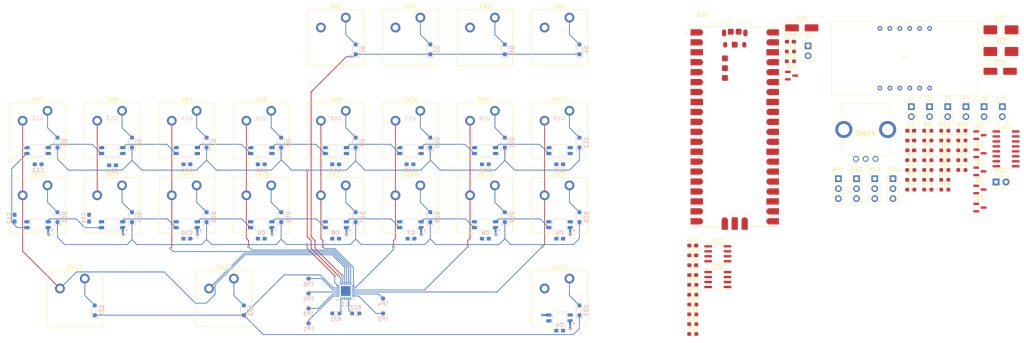
<source format=kicad_pcb>
(kicad_pcb (version 20240108) (generator "pcbnew") (generator_version "8.0")
  (layers (0 "F.Cu" signal) (31 "B.Cu" signal) (34 "B.Paste" user) (35 "F.Paste" user) (36 "B.SilkS" user "B.Silkscreen") (37 "F.SilkS" user "F.Silkscreen") (38 "B.Mask" user) (39 "F.Mask" user) (44 "Edge.Cuts" user))
  (net 0 "")
  (net 1 "ROW0")
  (net 2 "Net-(D1-A)")
  (net 3 "Net-(D2-A)")
  (net 4 "Net-(D3-A)")
  (net 5 "Net-(D4-A)")
  (net 6 "ROW1")
  (net 7 "Net-(D5-A)")
  (net 8 "Net-(D6-A)")
  (net 9 "Net-(D7-A)")
  (net 10 "Net-(D8-A)")
  (net 11 "Net-(D9-A)")
  (net 12 "Net-(D10-A)")
  (net 13 "Net-(D11-A)")
  (net 14 "Net-(D12-A)")
  (net 15 "Net-(D13-A)")
  (net 16 "ROW2")
  (net 17 "Net-(D14-A)")
  (net 18 "Net-(D15-A)")
  (net 19 "Net-(D16-A)")
  (net 20 "Net-(D17-A)")
  (net 21 "Net-(D18-A)")
  (net 22 "Net-(D19-A)")
  (net 23 "Net-(D20-A)")
  (net 24 "Net-(D21-A)")
  (net 25 "ROW3")
  (net 26 "Net-(D22-A)")
  (net 27 "Net-(D23-A)")
  (net 28 "COL0")
  (net 29 "COL2")
  (net 30 "COL3")
  (net 31 "COL1")
  (net 32 "COL4")
  (net 33 "COL5")
  (net 34 "COL6")
  (net 35 "COL7")
  (net 36 "+5V")
  (net 37 "GND")
  (net 38 "Net-(U3-DOUT)")
  (net 39 "Net-(U4-DOUT)")
  (net 40 "Net-(U5-DOUT)")
  (net 41 "Net-(U6-DOUT)")
  (net 42 "Net-(U7-DOUT)")
  (net 43 "Net-(U8-DOUT)")
  (net 44 "Net-(U10-DIN)")
  (net 45 "Net-(U10-DOUT)")
  (net 46 "Net-(U11-DOUT)")
  (net 47 "Net-(U12-DOUT)")
  (net 48 "Net-(U13-DOUT)")
  (net 49 "Net-(U14-DOUT)")
  (net 50 "Net-(U15-DOUT)")
  (net 51 "Net-(U16-DOUT)")
  (net 52 "Net-(U17-DOUT)")
  (net 53 "Net-(U18-DOUT)")
  (net 54 "Net-(U22A--)")
  (net 55 "Net-(Q2-B)")
  (net 56 "Net-(C22-Pad2)")
  (net 57 "Net-(J6-PadT)")
  (net 58 "/IOs/ENC_B")
  (net 59 "/IOs/ENC_A")
  (net 60 "Net-(U22B--)")
  (net 61 "Net-(D24-K)")
  (net 62 "Net-(C23-Pad2)")
  (net 63 "Net-(D25-K)")
  (net 64 "+12V")
  (net 65 "-12V")
  (net 66 "Net-(D26-A)")
  (net 67 "/IOs/GATE")
  (net 68 "/IOs/CLKOUT")
  (net 69 "Net-(IC1-ROW7)")
  (net 70 "Net-(IC1-ROW4)")
  (net 71 "Net-(IC1-COL8)")
  (net 72 "+3.3V")
  (net 73 "Net-(IC1-COL9)")
  (net 74 "/Switches/SCL")
  (net 75 "Net-(IC1-~{INT})")
  (net 76 "Net-(IC1-ROW6)")
  (net 77 "Net-(IC1-~{RESET})")
  (net 78 "Net-(IC1-ROW5)")
  (net 79 "/Switches/SDA")
  (net 80 "Net-(J7-Pin_1)")
  (net 81 "/IOs/CLKIN")
  (net 82 "/IOs/RSTIN")
  (net 83 "Net-(Q3-C)")
  (net 84 "Net-(Q3-B)")
  (net 85 "Net-(Q4-C)")
  (net 86 "Net-(Q4-B)")
  (net 87 "Net-(Q5-B)")
  (net 88 "Net-(J2-PadT)")
  (net 89 "/IOs/DIGIT_1")
  (net 90 "/IOs/DIGIT_2")
  (net 91 "/IOs/DIGIT_3")
  (net 92 "Net-(J3-PadT)")
  (net 93 "/DAC/PITCH")
  (net 94 "/DAC/CV")
  (net 95 "/IOs/AD1")
  (net 98 "/IOs/AD2")
  (net 99 "/IOs/AD3")
  (net 101 "/IOs/AD4")
  (net 102 "/IOs/SER")
  (net 103 "/IOs/CS_SHIFT")
  (net 104 "/DAC/SCLK")
  (net 105 "/LEDs/PXL")
  (net 106 "/DAC/CS_DAC")
  (net 107 "Net-(Q1-B)")
  (net 108 "/DAC/MOSI")
  (net 109 "Net-(Q5-C)")
  (net 110 "Net-(U1-QA)")
  (net 111 "Net-(U2-A)")
  (net 112 "Net-(U2-B)")
  (net 113 "Net-(U1-QB)")
  (net 114 "Net-(U1-QC)")
  (net 115 "Net-(U2-C)")
  (net 116 "Net-(U2-D)")
  (net 117 "Net-(U1-QD)")
  (net 118 "Net-(U2-E)")
  (net 119 "Net-(U1-QE)")
  (net 120 "Net-(U1-QF)")
  (net 121 "Net-(U2-F)")
  (net 122 "Net-(U1-QG)")
  (net 123 "Net-(U2-G)")
  (net 124 "Net-(U2-DP)")
  (net 125 "Net-(U1-QH)")
  (net 126 "Net-(J1-PadT)")
  (net 169 "Net-(U21-VA)")
  (net 170 "Net-(U21-VB)")
  (footprint "PCM_Switch_Keyboard_Cherry_MX:SW_Cherry_MX_PCB_1.00u" (layer "F.Cu") (at 171.45 61.9125)
    (property "Reference" "SW12")
    (property "Value" "SW_Push")
  )
  (footprint "Package_TO_SOT_SMD:SOT-23" (layer "F.Cu") (at 278.855 67.685)
    (property "Reference" "Q2")
    (property "Value" "MMBT3904")
  )
  (footprint "Resistor_SMD:R_0603_1608Metric_Pad0.98x0.95mm_HandSolder" (layer "F.Cu") (at 230.445 44.185)
    (property "Reference" "R20")
    (property "Value" "10k")
  )
  (footprint "Diode_SMD:D_SMB_Handsoldering" (layer "F.Cu") (at 284.23 36.135)
    (property "Reference" "D27")
    (property "Value" "1SMB5918BT3G")
  )
  (footprint "PCM_Switch_Keyboard_Cherry_MX:SW_Cherry_MX_PCB_2.00u" (layer "F.Cu") (at 47.625 104.775)
    (property "Reference" "SW21")
    (property "Value" "SW_Push")
  )
  (footprint "EC12E2430404:EC12E2430404" (layer "F.Cu") (at 249.685 61.61)
    (property "Reference" "SW24")
    (property "Value" "RotaryEncoder" (hide yes))
  )
  (footprint "Resistor_SMD:R_0603_1608Metric_Pad0.98x0.95mm_HandSolder" (layer "F.Cu") (at 261.185 71.955)
    (property "Reference" "R2")
    (property "Value" "100R")
  )
  (footprint "Connector_PinHeader_2.54mm:PinHeader_1x02_P2.54mm_Vertical" (layer "F.Cu") (at 284.585 55.785)
    (property "Reference" "J6")
    (property "Value" "ResetIn")
  )
  (footprint "PCM_Switch_Keyboard_Cherry_MX:SW_Cherry_MX_PCB_1.00u" (layer "F.Cu") (at 95.25 80.9625)
    (property "Reference" "SW16")
    (property "Value" "SW_Push")
  )
  (footprint "Resistor_SMD:R_0603_1608Metric_Pad0.98x0.95mm_HandSolder" (layer "F.Cu") (at 265.535 71.955)
    (property "Reference" "R9")
    (property "Value" "10k")
  )
  (footprint "PCM_Switch_Keyboard_Cherry_MX:SW_Cherry_MX_PCB_1.00u" (layer "F.Cu") (at 152.4 38.1)
    (property "Reference" "SW3")
    (property "Value" "SW_Push")
  )
  (footprint "Connector_PinHeader_2.54mm:PinHeader_1x02_P2.54mm_Vertical" (layer "F.Cu") (at 265.985 55.785)
    (property "Reference" "J2")
    (property "Value" "GateOut")
  )
  (footprint "PCM_Switch_Keyboard_Cherry_MX:SW_Cherry_MX_PCB_1.00u" (layer "F.Cu") (at 133.35 80.9625)
    (property "Reference" "SW18")
    (property "Value" "SW_Push")
  )
  (footprint "Resistor_SMD:R_0603_1608Metric_Pad0.98x0.95mm_HandSolder" (layer "F.Cu") (at 269.885 71.955)
    (property "Reference" "R16")
    (property "Value" "10k")
  )
  (footprint "Resistor_SMD:R_0603_1608Metric_Pad0.98x0.95mm_HandSolder" (layer "F.Cu") (at 205.495 103.815)
    (property "Reference" "R29")
    (property "Value" "10k")
  )
  (footprint "Resistor_SMD:R_0603_1608Metric_Pad0.98x0.95mm_HandSolder" (layer "F.Cu") (at 205.495 111.345)
    (property "Reference" "R32")
    (property "Value" "10k")
  )
  (footprint "Capacitor_SMD:C_0603_1608Metric_Pad1.08x0.95mm_HandSolder" (layer "F.Cu") (at 261.185 61.915)
    (property "Reference" "C1")
    (property "Value" "100nF")
  )
  (footprint "Package_SO:SOIC-16_3.9x9.9mm_P1.27mm" (layer "F.Cu") (at 285.525 66.555)
    (property "Reference" "U1")
    (property "Value" "74HC595")
  )
  (footprint "LED_THT:LED_D3.0mm_FlatTop" (layer "F.Cu") (at 282.975 75.015)
    (property "Reference" "D25")
    (property "Value" "GATE")
  )
  (footprint "Capacitor_SMD:C_0603_1608Metric_Pad1.08x0.95mm_HandSolder" (layer "F.Cu") (at 230.445 39.165)
    (property "Reference" "C21")
    (property "Value" "47uF")
  )
  (footprint "Resistor_SMD:R_0603_1608Metric_Pad0.98x0.95mm_HandSolder" (layer "F.Cu") (at 274.235 66.935)
    (property "Reference" "R25")
    (property "Value" "680R")
  )
  (footprint "PCM_Switch_Keyboard_Cherry_MX:SW_Cherry_MX_PCB_1.00u" (layer "F.Cu") (at 38.1 61.9125)
    (property "Reference" "SW5")
    (property "Value" "SW_Push")
  )
  (footprint "Connector_PinHeader_2.54mm:PinHeader_1x02_P2.54mm_Vertical" (layer "F.Cu") (at 270.635 55.785)
    (property "Reference" "J3")
    (property "Value" "ClockOut")
  )
  (footprint "Capacitor_SMD:C_0603_1608Metric_Pad1.08x0.95mm_HandSolder" (layer "F.Cu") (at 205.495 96.285)
    (property "Reference" "C24")
    (property "Value" "100nF")
  )
  (footprint "PCM_Switch_Keyboard_Cherry_MX:SW_Cherry_MX_PCB_1.00u" (layer "F.Cu") (at 57.15 61.9125)
    (property "Reference" "SW6")
    (property "Value" "SW_Push")
  )
  (footprint "PCM_Switch_Keyboard_Cherry_MX:SW_Cherry_MX_PCB_1.00u" (layer "F.Cu") (at 171.45 80.9625)
    (property "Reference" "SW20")
    (property "Value" "SW_Push")
  )
  (footprint "Capacitor_SMD:C_0603_1608Metric_Pad1.08x0.95mm_HandSolder" (layer "F.Cu") (at 205.495 91.265)
    (property "Reference" "C22")
    (property "Value" "22pF")
  )
  (footprint "Resistor_SMD:R_0603_1608Metric_Pad0.98x0.95mm_HandSolder" (layer "F.Cu") (at 274.235 69.445)
    (property "Reference" "R26")
    (property "Value" "1k")
  )
  (footprint "PCM_Switch_Keyboard_Cherry_MX:SW_Cherry_MX_PCB_1.00u" (layer "F.Cu") (at 152.4 80.9625)
    (property "Reference" "SW19")
    (property "Value" "SW_Push")
  )
  (footprint "Resistor_SMD:R_0603_1608Metric_Pad0.98x0.95mm_HandSolder" (layer "F.Cu") (at 261.185 74.465)
    (property "Reference" "R3")
    (property "Value" "100R")
  )
  (footprint "Resistor_SMD:R_0603_1608Metric_Pad0.98x0.95mm_HandSolder" (layer "F.Cu") (at 265.535 64.425)
    (property "Reference" "R6")
    (property "Value" "100R")
  )
  (footprint "Capacitor_SMD:C_0603_1608Metric_Pad1.08x0.95mm_HandSolder" (layer "F.Cu") (at 205.495 93.775)
    (property "Reference" "C23")
    (property "Value" "22pF")
  )
  (footprint "Resistor_SMD:R_0603_1608Metric_Pad0.98x0.95mm_HandSolder" (layer "F.Cu") (at 265.535 76.975)
    (property "Reference" "R11")
    (property "Value" "1k")
  )
  (footprint "Resistor_SMD:R_0603_1608Metric_Pad0.98x0.95mm_HandSolder" (layer "F.Cu") (at 265.535 66.935)
    (property "Reference" "R7")
    (property "Value" "100R")
  )
  (footprint "Resistor_SMD:R_0603_1608Metric_Pad0.98x0.95mm_HandSolder" (layer "F.Cu") (at 274.235 71.955)
    (property "Reference" "R27")
    (property "Value" "1k")
  )
  (footprint "PCM_Switch_Keyboard_Cherry_MX:SW_Cherry_MX_PCB_1.00u" (layer "F.Cu") (at 171.45 104.775)
    (property "Reference" "SW23")
    (property "Value" "SW_Push")
  )
  (footprint "PCM_Switch_Keyboard_Cherry_MX:SW_Cherry_MX_PCB_1.00u" (layer "F.Cu") (at 76.2 80.9625)
    (property "Reference" "SW15")
    (property "Value" "SW_Push")
  )
  (footprint "Capacitor_SMD:C_0603_1608Metric_Pad1.08x0.95mm_HandSolder" (layer "F.Cu") (at 205.495 98.795)
    (property "Reference" "C25")
    (property "Value" "100nF")
  )
  (footprint "FJ5361BH:FJ5361BH" (layer "F.Cu") (at 259.66 43.41)
    (property "Reference" "U2")
    (property "Value" "~")
  )
  (footprint "Resistor_SMD:R_0603_1608Metric_Pad0.98x0.95mm_HandSolder" (layer "F.Cu") (at 269.885 69.445)
    (property "Reference" "R15")
    (property "Value" "1k")
  )
  (footprint "Resistor_SMD:R_0603_1608Metric_Pad0.98x0.95mm_HandSolder" (layer "F.Cu") (at 261.185 69.445)
    (property "Reference" "R1")
    (property "Value" "100R")
  )
  (footprint "PCM_Switch_Keyboard_Cherry_MX:SW_Cherry_MX_PCB_1.00u" (layer "F.Cu") (at 171.45 38.1)
    (property "Reference" "SW4")
    (property "Value" "SW_Push")
  )
  (footprint "PCM_Switch_Keyboard_Cherry_MX:SW_Cherry_MX_PCB_2.00u" (layer "F.Cu") (at 85.725 104.775)
    (property "Reference" "SW22")
    (property "Value" "SW_Push")
  )
  (footprint "Resistor_SMD:R_0603_1608Metric_Pad0.98x0.95mm_HandSolder" (layer "F.Cu") (at 274.235 61.915)
    (property "Reference" "R23")
    (property "Value" "680R")
  )
  (footprint "Resistor_SMD:R_0603_1608Metric_Pad0.98x0.95mm_HandSolder" (layer "F.Cu") (at 261.185 76.975)
    (property "Reference" "R4")
    (property "Value" "100R")
  )
  (footprint "Diode_SMD:D_SMA_Handsoldering" (layer "F.Cu") (at 284.03 46.735)
    (property "Reference" "D24")
    (property "Value" "SS34F")
  )
  (footprint "PCM_Switch_Keyboard_Cherry_MX:SW_Cherry_MX_PCB_1.00u" (layer "F.Cu") (at 133.35 61.9125)
    (property "Reference" "SW10")
    (property "Value" "SW_Push")
  )
  (footprint "Connector_PinHeader_2.54mm:PinHeader_1x03_P2.54mm_Vertical" (layer "F.Cu") (at 256.635 74.185)
    (property "Reference" "RV4")
    (property "Value" "CV")
  )
  (footprint "Connector_PinHeader_2.54mm:PinHeader_1x02_P2.54mm_Vertical" (layer "F.Cu") (at 279.935 55.785)
    (property "Reference" "J5")
    (property "Value" "CVOut")
  )
  (footprint "Resistor_SMD:R_0603_1608Metric_Pad0.98x0.95mm_HandSolder" (layer "F.Cu") (at 205.495 108.835)
    (property "Reference" "R31")
    (property "Value" "10k")
  )
  (footprint "Package_TO_SOT_SMD:SOT-23" (layer "F.Cu") (at 278.855 72.31)
    (property "Reference" "Q3")
    (property "Value" "MMBT3906")
  )
  (footprint "PCM_Switch_Keyboard_Cherry_MX:SW_Cherry_MX_PCB_1.00u" (layer "F.Cu") (at 152.4 61.9125)
    (property "Reference" "SW11")
    (property "Value" "SW_Push")
  )
  (footprint "Diode_SMD:D_SMA_Handsoldering" (layer "F.Cu") (at 233.34 35.635)
    (property "Reference" "D26")
    (property "Value" "SS34F")
  )
  (footprint "Package_TO_SOT_SMD:SOT-23" (layer "F.Cu") (at 278.855 81.56)
    (property "Reference" "Q5")
    (property "Value" "MMBT3906")
  )
  (footprint "Resistor_SMD:R_0603_1608Metric_Pad0.98x0.95mm_HandSolder" (layer "F.Cu") (at 205.495 101.305)
    (property "Reference" "R28")
    (property "Value" "1k")
  )
  (footprint "Resistor_SMD:R_0603_1608Metric_Pad0.98x0.95mm_HandSolder" (layer "F.Cu") (at 230.445 41.675)
    (property "Reference" "R19")
    (property "Value" "10k")
  )
  (footprint "Resistor_SMD:R_0603_1608Metric_Pad0.98x0.95mm_HandSolder" (layer "F.Cu") (at 269.885 61.915)
    (property "Reference" "R12")
    (property "Value" "1k")
  )
  (footprint "Connector_PinHeader_2.54mm:PinHeader_1x03_P2.54mm_Vertical" (layer "F.Cu") (at 251.985 74.185)
    (property "Reference" "RV3")
    (property "Value" "LENGTH")
  )
  (footprint "Package_TO_SOT_SMD:SOT-23" (layer "F.Cu") (at 278.855 63.06)
    (property "Reference" "Q1")
    (property "Value" "MMBT3904")
  )
  (footprint "PCM_Switch_Keyboard_Cherry_MX:SW_Cherry_MX_PCB_1.00u" (layer "F.Cu") (at 76.2 61.9125)
    (property "Reference" "SW7")
    (property "Value" "SW_Push")
  )
  (footprint "Capacitor_SMD:C_0603_1608Metric_Pad1.08x0.95mm_HandSolder" (layer "F.Cu") (at 261.185 66.935)
    (property "Reference" "C3")
    (property "Value" "100nF")
  )
  (footprint "Resistor_SMD:R_0603_1608Metric_Pad0.98x0.95mm_HandSolder" (layer "F.Cu") (at 269.885 76.975)
    (property "Reference" "R18")
    (property "Value" "1M")
  )
  (footprint "PCM_Switch_Keyboard_Cherry_MX:SW_Cherry_MX_PCB_1.00u" (layer "F.Cu") (at 133.35 38.1)
    (property "Reference" "SW2")
    (property "Value" "SW_Push")
  )
  (footprint "Resistor_SMD:R_0603_1608Metric_Pad0.98x0.95mm_HandSolder" (layer "F.Cu") (at 269.885 66.935)
    (property "Reference" "R14")
    (property "Value" "1M")
  )
  (footprint "Resistor_SMD:R_0603_1608Metric_Pad0.98x0.95mm_HandSolder" (layer "F.Cu") (at 265.535 69.445)
    (property "Reference" "R8")
    (property "Value" "100R")
  )
  (footprint "Connector_PinHeader_2.54mm:PinHeader_1x03_P2.54mm_Vertical" (layer "F.Cu") (at 242.685 74.185)
    (property "Reference" "RV1")
    (property "Value" "PITCH")
  )
  (footprint "SC0915:SC0915" (layer "F.Cu") (at 216.21 60.935)
    (property "Reference" "U20")
    (property "Value" "SC0915")
  )
  (footprint "Package_SO:SOIC-8_3.9x4.9mm_P1.27mm" (layer "F.Cu") (at 211.895 99.945)
    (property "Reference" "U22")
    (property "Value" "TL072")
  )
  (footprint "PCM_Switch_Keyboard_Cherry_MX:SW_Cherry_MX_PCB_1.00u" (layer "F.Cu") (at 114.3 80.9625)
    (property "Reference" "SW17")
    (property "Value" "SW_Push")
  )
  (footprint "Diode_SMD:D_SMB_Handsoldering" (layer "F.Cu") (at 284.23 41.685)
    (property "Reference" "D28")
    (property "Value" "1SMB5918BT3G")
  )
  (footprint "Resistor_SMD:R_0603_1608Metric_Pad0.98x0.95mm_HandSolder" (layer "F.Cu") (at 274.235 64.425)
    (property "Reference" "R24")
    (property "Value" "680R")
  )
  (footprint "Resistor_SMD:R_0603_1608Metric_Pad0.98x0.95mm_HandSolder" (layer "F.Cu") (at 269.885 64.425)
    (property "Reference" "R13")
    (property "Value" "100k")
  )
  (footprint "PCM_Switch_Keyboard_Cherry_MX:SW_Cherry_MX_PCB_1.00u" (layer "F.Cu") (at 114.3 38.1)
    (property "Reference" "SW1")
    (property "Value" "SW_Push")
  )
  (footprint "Resistor_SMD:R_0603_1608Metric_Pad0.98x0.95mm_HandSolder" (layer "F.Cu") (at 205.495 106.325)
    (property "Reference" "R30")
    (property "Value" "1k")
  )
  (footprint "Connector_PinHeader_2.54mm:PinHeader_1x02_P2.54mm_Vertical" (layer "F.Cu") (at 234.945 40.235)
    (property "Reference" "J7")
    (property "Value" "5V EXT")
  )
  (footprint "PCM_Switch_Keyboard_Cherry_MX:SW_Cherry_MX_PCB_1.00u" (layer "F.Cu") (at 114.3 61.9125)
    (property "Reference" "SW9")
    (property "Value" "SW_Push")
  )
  (footprint "Capacitor_SMD:C_0603_1608Metric_Pad1.08x0.95mm_HandSolder" (layer "F.Cu") (at 261.185 64.425)
    (property "Reference" "C2")
    (property "Value" "100nF")
  )
  (footprint "PCM_Switch_Keyboard_Cherry_MX:SW_Cherry_MX_PCB_1.00u" (layer "F.Cu") (at 95.25 61.9125)
    (property "Reference" "SW8")
    (property "Value" "SW_Push")
  )
  (footprint "PCM_Switch_Keyboard_Cherry_MX:SW_Cherry_MX_PCB_1.00u" (layer "F.Cu") (at 57.15 80.9625)
    (property "Reference" "SW14")
    (property "Value" "SW_Push")
  )
  (footprint "PCM_Switch_Keyboard_Cherry_MX:SW_Cherry_MX_PCB_1.00u" (layer "F.Cu") (at 38.1 80.9625)
    (property "Reference" "SW13")
    (property "Value" "SW_Push")
  )
  (footprint "Resistor_SMD:R_0603_1608Metric_Pad0.98x0.95mm_HandSolder" (layer "F.Cu") (at 269.885 74.465)
    (property "Reference" "R17")
    (property "Value" "100k")
  )
  (footprint "Connector_PinHeader_2.54mm:PinHeader_1x02_P2.54mm_Vertical" (layer "F.Cu") (at 261.335 55.785)
    (property "Reference" "J1")
    (property "Value" "ClockIn")
  )
  (footprint "Package_SO:SOIC-8_3.9x4.9mm_P1.27mm" (layer "F.Cu") (at 211.895 93.365)
    (property "Reference" "U21")
    (property "Value" "MCP4822")
  )
  (footprint "Connector_PinHeader_2.54mm:PinHeader_1x02_P2.54mm_Vertical" (layer "F.Cu") (at 275.285 55.785)
    (property "Reference" "J4")
    (property "Value" "PitchOut")
  )
  (footprint "Connector_PinHeader_2.54mm:PinHeader_1x03_P2.54mm_Vertical" (layer "F.Cu") (at 247.335 74.185)
    (property "Reference" "RV2")
    (property "Value" "OCTAVE")
  )
  (footprint "Package_TO_SOT_SMD:SOT-23" (layer "F.Cu") (at 278.855 76.935)
    (property "Reference" "Q4")
    (property "Value" "MMBT3906")
  )
  (footprint "Resistor_SMD:R_0603_1608Metric_Pad0.98x0.95mm_HandSolder" (layer "F.Cu") (at 265.535 61.915)
    (property "Reference" "R5")
    (property "Value" "100R")
  )
  (footprint "Resistor_SMD:R_0603_1608Metric_Pad0.98x0.95mm_HandSolder" (layer "F.Cu") (at 205.495 113.855)
    (property "Reference" "R33")
    (property "Value" "10k")
  )
  (footprint "Resistor_SMD:R_0603_1608Metric_Pad0.98x0.95mm_HandSolder" (layer "F.Cu") (at 265.535 74.465)
    (property "Reference" "R10")
    (property "Value" "1k")
  )
  (footprint "Package_TO_SOT_SMD:SOT-23" (layer "F.Cu") (at 230.715 47.84)
    (property "Reference" "Q7")
    (property "Value" "DMG2305UX-7")
  )
  (footprint "Capacitor_SMD:C_0603_1608Metric_Pad1.08x0.95mm_HandSolder" (layer "B.Cu") (at 152.5 70.5)
    (property "Reference" "C19")
    (property "Value" "100nF")
  )
  (footprint "Capacitor_SMD:C_0603_1608Metric_Pad1.08x0.95mm_HandSolder" (layer "B.Cu") (at 76.25 89.5 180)
    (property "Reference" "C10")
    (property "Value" "100nF")
  )
  (footprint "SK6812MINI-E-012:SK6812MINI-E-012" (layer "B.Cu") (at 171.45 104.775 180)
    (property "Reference" "U3" (hide yes))
    (property "Value" "~" (hide yes))
    (fp_line (start 1.699999 -4.277157) (end 1.699999 -5.682841) (stroke (width 0.1)) (layer "Edge.Cuts"))
    (fp_line (start 0.794452 -6.479999) (end -0.794452 -6.479999) (stroke (width 0.1)) (layer "Edge.Cuts"))
    (fp_line (start -0.794453 -3.48) (end 0.794452 -3.48) (stroke (width 0.1)) (layer "Edge.Cuts"))
    (fp_line (start -1.699999 -5.682841) (end -1.699999 -4.277157) (stroke (width 0.1)) (layer "Edge.Cuts"))
    (fp_arc (start 1.749484 -4.060279) (mid 1.712529 -4.165931) (end 1.699999 -4.277157) (stroke (width 0.1)) (layer "Edge.Cuts"))
    (fp_arc (start 1.749484 -4.060279) (mid 1.638072 -3.475964) (end 1.046711 -3.4117) (stroke (width 0.1)) (layer "Edge.Cuts"))
    (fp_arc (start 1.699999 -5.682842) (mid 1.712522 -5.794068) (end 1.749484 -5.899719) (stroke (width 0.1)) (layer "Edge.Cuts"))
    (fp_arc (start 1.046711 -6.548296) (mid 1.63807 -6.484033) (end 1.749484 -5.899719) (stroke (width 0.1)) (layer "Edge.Cuts"))
    (fp_arc (start 1.04671 -6.548298) (mid 0.925122 -6.497376) (end 0.794452 -6.479999) (stroke (width 0.1)) (layer "Edge.Cuts"))
    (fp_arc (start 0.794453 -3.479999) (mid 0.925123 -3.462622) (end 1.046711 -3.4117) (stroke (width 0.1)) (layer "Edge.Cuts"))
    (fp_arc (start -0.794452 -6.479999) (mid -0.925123 -6.497376) (end -1.046711 -6.548298) (stroke (width 0.1)) (layer "Edge.Cuts"))
    (fp_arc (start -1.046711 -3.411701) (mid -0.925123 -3.462623) (end -0.794453 -3.48) (stroke (width 0.1)) (layer "Edge.Cuts"))
    (fp_arc (start -1.046711 -3.411701) (mid -1.63807 -3.475965) (end -1.749484 -4.060279) (stroke (width 0.1)) (layer "Edge.Cuts"))
    (fp_arc (start -1.699999 -4.277156) (mid -1.712527 -4.165931) (end -1.749484 -4.060279) (stroke (width 0.1)) (layer "Edge.Cuts"))
    (fp_arc (start -1.749484 -5.899718) (mid -1.638072 -6.484034) (end -1.046711 -6.548298) (stroke (width 0.1)) (layer "Edge.Cuts"))
    (fp_arc (start -1.749484 -5.899719) (mid -1.712527 -5.794067) (end -1.699999 -5.682841) (stroke (width 0.1)) (layer "Edge.Cuts"))
  )
  (footprint "Capacitor_SMD:C_0603_1608Metric_Pad1.08x0.95mm_HandSolder" (layer "B.Cu") (at 133.5 89.5 180)
    (property "Reference" "C7")
    (property "Value" "100nF")
  )
  (footprint "SK6812MINI-E-012:SK6812MINI-E-012" (layer "B.Cu") (at 38.1 80.9625 180)
    (property "Reference" "U11" (hide yes))
    (property "Value" "~" (hide yes))
    (fp_line (start 1.699999 -4.277157) (end 1.699999 -5.682841) (stroke (width 0.1)) (layer "Edge.Cuts"))
    (fp_line (start 0.794452 -6.479999) (end -0.794452 -6.479999) (stroke (width 0.1)) (layer "Edge.Cuts"))
    (fp_line (start -0.794453 -3.48) (end 0.794452 -3.48) (stroke (width 0.1)) (layer "Edge.Cuts"))
    (fp_line (start -1.699999 -5.682841) (end -1.699999 -4.277157) (stroke (width 0.1)) (layer "Edge.Cuts"))
    (fp_arc (start 1.749484 -4.060279) (mid 1.712529 -4.165931) (end 1.699999 -4.277157) (stroke (width 0.1)) (layer "Edge.Cuts"))
    (fp_arc (start 1.749484 -4.060279) (mid 1.638072 -3.475964) (end 1.046711 -3.4117) (stroke (width 0.1)) (layer "Edge.Cuts"))
    (fp_arc (start 1.699999 -5.682842) (mid 1.712522 -5.794068) (end 1.749484 -5.899719) (stroke (width 0.1)) (layer "Edge.Cuts"))
    (fp_arc (start 1.046711 -6.548296) (mid 1.63807 -6.484033) (end 1.749484 -5.899719) (stroke (width 0.1)) (layer "Edge.Cuts"))
    (fp_arc (start 1.04671 -6.548298) (mid 0.925122 -6.497376) (end 0.794452 -6.479999) (stroke (width 0.1)) (layer "Edge.Cuts"))
    (fp_arc (start 0.794453 -3.479999) (mid 0.925123 -3.462622) (end 1.046711 -3.4117) (stroke (width 0.1)) (layer "Edge.Cuts"))
    (fp_arc (start -0.794452 -6.479999) (mid -0.925123 -6.497376) (end -1.046711 -6.548298) (stroke (width 0.1)) (layer "Edge.Cuts"))
    (fp_arc (start -1.046711 -3.411701) (mid -0.925123 -3.462623) (end -0.794453 -3.48) (stroke (width 0.1)) (layer "Edge.Cuts"))
    (fp_arc (start -1.046711 -3.411701) (mid -1.63807 -3.475965) (end -1.749484 -4.060279) (stroke (width 0.1)) (layer "Edge.Cuts"))
    (fp_arc (start -1.699999 -4.277156) (mid -1.712527 -4.165931) (end -1.749484 -4.060279) (stroke (width 0.1)) (layer "Edge.Cuts"))
    (fp_arc (start -1.749484 -5.899718) (mid -1.638072 -6.484034) (end -1.046711 -6.548298) (stroke (width 0.1)) (layer "Edge.Cuts"))
    (fp_arc (start -1.749484 -5.899719) (mid -1.712527 -5.794067) (end -1.699999 -5.682841) (stroke (width 0.1)) (layer "Edge.Cuts"))
  )
  (footprint "Diode_SMD:D_SOD-323_HandSoldering" (layer "B.Cu") (at 176.53 83.9925 90)
    (property "Reference" "D20")
    (property "Value" "1N4148W")
  )
  (footprint "SK6812MINI-E-012:SK6812MINI-E-012" (layer "B.Cu") (at 95.25 80.9625 180)
    (property "Reference" "U8" (hide yes))
    (property "Value" "~" (hide yes))
    (fp_line (start 1.699999 -4.277157) (end 1.699999 -5.682841) (stroke (width 0.1)) (layer "Edge.Cuts"))
    (fp_line (start 0.794452 -6.479999) (end -0.794452 -6.479999) (stroke (width 0.1)) (layer "Edge.Cuts"))
    (fp_line (start -0.794453 -3.48) (end 0.794452 -3.48) (stroke (width 0.1)) (layer "Edge.Cuts"))
    (fp_line (start -1.699999 -5.682841) (end -1.699999 -4.277157) (stroke (width 0.1)) (layer "Edge.Cuts"))
    (fp_arc (start 1.749484 -4.060279) (mid 1.712529 -4.165931) (end 1.699999 -4.277157) (stroke (width 0.1)) (layer "Edge.Cuts"))
    (fp_arc (start 1.749484 -4.060279) (mid 1.638072 -3.475964) (end 1.046711 -3.4117) (stroke (width 0.1)) (layer "Edge.Cuts"))
    (fp_arc (start 1.699999 -5.682842) (mid 1.712522 -5.794068) (end 1.749484 -5.899719) (stroke (width 0.1)) (layer "Edge.Cuts"))
    (fp_arc (start 1.046711 -6.548296) (mid 1.63807 -6.484033) (end 1.749484 -5.899719) (stroke (width 0.1)) (layer "Edge.Cuts"))
    (fp_arc (start 1.04671 -6.548298) (mid 0.925122 -6.497376) (end 0.794452 -6.479999) (stroke (width 0.1)) (layer "Edge.Cuts"))
    (fp_arc (start 0.794453 -3.479999) (mid 0.925123 -3.462622) (end 1.046711 -3.4117) (stroke (width 0.1)) (layer "Edge.Cuts"))
    (fp_arc (start -0.794452 -6.479999) (mid -0.925123 -6.497376) (end -1.046711 -6.548298) (stroke (width 0.1)) (layer "Edge.Cuts"))
    (fp_arc (start -1.046711 -3.411701) (mid -0.925123 -3.462623) (end -0.794453 -3.48) (stroke (width 0.1)) (layer "Edge.Cuts"))
    (fp_arc (start -1.046711 -3.411701) (mid -1.63807 -3.475965) (end -1.749484 -4.060279) (stroke (width 0.1)) (layer "Edge.Cuts"))
    (fp_arc (start -1.699999 -4.277156) (mid -1.712527 -4.165931) (end -1.749484 -4.060279) (stroke (width 0.1)) (layer "Edge.Cuts"))
    (fp_arc (start -1.749484 -5.899718) (mid -1.638072 -6.484034) (end -1.046711 -6.548298) (stroke (width 0.1)) (layer "Edge.Cuts"))
    (fp_arc (start -1.749484 -5.899719) (mid -1.712527 -5.794067) (end -1.699999 -5.682841) (stroke (width 0.1)) (layer "Edge.Cuts"))
  )
  (footprint "SK6812MINI-E-012:SK6812MINI-E-012-ROT" (layer "B.Cu") (at 57.15 61.9125 180)
    (property "Reference" "U13")
    (property "Value" "~")
    (fp_line (start 1.699999 -4.377159) (end 1.699999 -5.782843) (stroke (width 0.1)) (layer "Edge.Cuts"))
    (fp_line (start 0.794453 -6.58) (end -0.794452 -6.58) (stroke (width 0.1)) (layer "Edge.Cuts"))
    (fp_line (start -0.794452 -3.580001) (end 0.794452 -3.580001) (stroke (width 0.1)) (layer "Edge.Cuts"))
    (fp_line (start -1.699999 -5.782843) (end -1.699999 -4.377159) (stroke (width 0.1)) (layer "Edge.Cuts"))
    (fp_arc (start 1.749484 -4.160281) (mid 1.712526 -4.265933) (end 1.699999 -4.377159) (stroke (width 0.1)) (layer "Edge.Cuts"))
    (fp_arc (start 1.749484 -4.160282) (mid 1.638073 -3.575963) (end 1.046711 -3.511702) (stroke (width 0.1)) (layer "Edge.Cuts"))
    (fp_arc (start 1.699999 -5.782844) (mid 1.712536 -5.894066) (end 1.749484 -5.999721) (stroke (width 0.1)) (layer "Edge.Cuts"))
    (fp_arc (start 1.046711 -6.648299) (mid 1.638071 -6.584036) (end 1.749484 -5.999721) (stroke (width 0.1)) (layer "Edge.Cuts"))
    (fp_arc (start 1.046711 -6.648299) (mid 0.925123 -6.597377) (end 0.794453 -6.58) (stroke (width 0.1)) (layer "Edge.Cuts"))
    (fp_arc (start 0.794452 -3.580001) (mid 0.925123 -3.562624) (end 1.046711 -3.511702) (stroke (width 0.1)) (layer "Edge.Cuts"))
    (fp_arc (start -0.794453 -6.580001) (mid -0.925123 -6.597378) (end -1.046711 -6.6483) (stroke (width 0.1)) (layer "Edge.Cuts"))
    (fp_arc (start -1.04671 -3.511702) (mid -0.925122 -3.562624) (end -0.794452 -3.580001) (stroke (width 0.1)) (layer "Edge.Cuts"))
    (fp_arc (start -1.046711 -3.511704) (mid -1.63807 -3.575967) (end -1.749484 -4.160281) (stroke (width 0.1)) (layer "Edge.Cuts"))
    (fp_arc (start -1.699999 -4.377158) (mid -1.712518 -4.26593) (end -1.749484 -4.160281) (stroke (width 0.1)) (layer "Edge.Cuts"))
    (fp_arc (start -1.749484 -5.999721) (mid -1.638072 -6.584036) (end -1.046711 -6.6483) (stroke (width 0.1)) (layer "Edge.Cuts"))
    (fp_arc (start -1.749484 -5.999721) (mid -1.712527 -5.894069) (end -1.699999 -5.782843) (stroke (width 0.1)) (layer "Edge.Cuts"))
  )
  (footprint "Capacitor_SMD:C_0603_1608Metric_Pad1.08x0.95mm_HandSolder" (layer "B.Cu") (at 171.5 89.5 180)
    (property "Reference" "C5")
    (property "Value" "100nF")
  )
  (footprint "Capacitor_SMD:C_0603_1608Metric_Pad1.08x0.95mm_HandSolder" (layer "B.Cu") (at 38.25 70.5)
    (property "Reference" "C13")
    (property "Value" "100nF")
  )
  (footprint "Capacitor_SMD:C_0603_1608Metric_Pad1.08x0.95mm_HandSolder" (layer "B.Cu") (at 171.5 113 180)
    (property "Reference" "C4")
    (property "Value" "100nF")
  )
  (footprint "SK6812MINI-E-012:SK6812MINI-E-012-ROT" (layer "B.Cu") (at 152.4 61.9125 180)
    (property "Reference" "U18")
    (property "Value" "~")
    (fp_line (start 1.699999 -4.377159) (end 1.699999 -5.782843) (stroke (width 0.1)) (layer "Edge.Cuts"))
    (fp_line (start 0.794453 -6.58) (end -0.794452 -6.58) (stroke (width 0.1)) (layer "Edge.Cuts"))
    (fp_line (start -0.794452 -3.580001) (end 0.794452 -3.580001) (stroke (width 0.1)) (layer "Edge.Cuts"))
    (fp_line (start -1.699999 -5.782843) (end -1.699999 -4.377159) (stroke (width 0.1)) (layer "Edge.Cuts"))
    (fp_arc (start 1.749484 -4.160281) (mid 1.712526 -4.265933) (end 1.699999 -4.377159) (stroke (width 0.1)) (layer "Edge.Cuts"))
    (fp_arc (start 1.749484 -4.160282) (mid 1.638073 -3.575963) (end 1.046711 -3.511702) (stroke (width 0.1)) (layer "Edge.Cuts"))
    (fp_arc (start 1.699999 -5.782844) (mid 1.712536 -5.894066) (end 1.749484 -5.999721) (stroke (width 0.1)) (layer "Edge.Cuts"))
    (fp_arc (start 1.046711 -6.648299) (mid 1.638071 -6.584036) (end 1.749484 -5.999721) (stroke (width 0.1)) (layer "Edge.Cuts"))
    (fp_arc (start 1.046711 -6.648299) (mid 0.925123 -6.597377) (end 0.794453 -6.58) (stroke (width 0.1)) (layer "Edge.Cuts"))
    (fp_arc (start 0.794452 -3.580001) (mid 0.925123 -3.562624) (end 1.046711 -3.511702) (stroke (width 0.1)) (layer "Edge.Cuts"))
    (fp_arc (start -0.794453 -6.580001) (mid -0.925123 -6.597378) (end -1.046711 -6.6483) (stroke (width 0.1)) (layer "Edge.Cuts"))
    (fp_arc (start -1.04671 -3.511702) (mid -0.925122 -3.562624) (end -0.794452 -3.580001) (stroke (width 0.1)) (layer "Edge.Cuts"))
    (fp_arc (start -1.046711 -3.511704) (mid -1.63807 -3.575967) (end -1.749484 -4.160281) (stroke (width 0.1)) (layer "Edge.Cuts"))
    (fp_arc (start -1.699999 -4.377158) (mid -1.712518 -4.26593) (end -1.749484 -4.160281) (stroke (width 0.1)) (layer "Edge.Cuts"))
    (fp_arc (start -1.749484 -5.999721) (mid -1.638072 -6.584036) (end -1.046711 -6.6483) (stroke (width 0.1)) (layer "Edge.Cuts"))
    (fp_arc (start -1.749484 -5.999721) (mid -1.712527 -5.894069) (end -1.699999 -5.782843) (stroke (width 0.1)) (layer "Edge.Cuts"))
  )
  (footprint "Resistor_SMD:R_0603_1608Metric_Pad0.98x0.95mm_HandSolder" (layer "B.Cu") (at 119.39 108.595 180)
    (property "Reference" "R22")
    (property "Value" "10k")
  )
  (footprint "Diode_SMD:D_SOD-323_HandSoldering" (layer "B.Cu") (at 119.38 41.13 90)
    (property "Reference" "D1")
    (property "Value" "1N4148W")
  )
  (footprint "Capacitor_SMD:C_0603_1608Metric_Pad1.08x0.95mm_HandSolder" (layer "B.Cu") (at 114.25 70.5)
    (property "Reference" "C17")
    (property "Value" "100nF")
  )
  (footprint "SK6812MINI-E-012:SK6812MINI-E-012" (layer "B.Cu") (at 152.4 80.9625 180)
    (property "Reference" "U5" (hide yes))
    (property "Value" "~" (hide yes))
    (fp_line (start 1.699999 -4.277157) (end 1.699999 -5.682841) (stroke (width 0.1)) (layer "Edge.Cuts"))
    (fp_line (start 0.794452 -6.479999) (end -0.794452 -6.479999) (stroke (width 0.1)) (layer "Edge.Cuts"))
    (fp_line (start -0.794453 -3.48) (end 0.794452 -3.48) (stroke (width 0.1)) (layer "Edge.Cuts"))
    (fp_line (start -1.699999 -5.682841) (end -1.699999 -4.277157) (stroke (width 0.1)) (layer "Edge.Cuts"))
    (fp_arc (start 1.749484 -4.060279) (mid 1.712529 -4.165931) (end 1.699999 -4.277157) (stroke (width 0.1)) (layer "Edge.Cuts"))
    (fp_arc (start 1.749484 -4.060279) (mid 1.638072 -3.475964) (end 1.046711 -3.4117) (stroke (width 0.1)) (layer "Edge.Cuts"))
    (fp_arc (start 1.699999 -5.682842) (mid 1.712522 -5.794068) (end 1.749484 -5.899719) (stroke (width 0.1)) (layer "Edge.Cuts"))
    (fp_arc (start 1.046711 -6.548296) (mid 1.63807 -6.484033) (end 1.749484 -5.899719) (stroke (width 0.1)) (layer "Edge.Cuts"))
    (fp_arc (start 1.04671 -6.548298) (mid 0.925122 -6.497376) (end 0.794452 -6.479999) (stroke (width 0.1)) (layer "Edge.Cuts"))
    (fp_arc (start 0.794453 -3.479999) (mid 0.925123 -3.462622) (end 1.046711 -3.4117) (stroke (width 0.1)) (layer "Edge.Cuts"))
    (fp_arc (start -0.794452 -6.479999) (mid -0.925123 -6.497376) (end -1.046711 -6.548298) (stroke (width 0.1)) (layer "Edge.Cuts"))
    (fp_arc (start -1.046711 -3.411701) (mid -0.925123 -3.462623) (end -0.794453 -3.48) (stroke (width 0.1)) (layer "Edge.Cuts"))
    (fp_arc (start -1.046711 -3.411701) (mid -1.63807 -3.475965) (end -1.749484 -4.060279) (stroke (width 0.1)) (layer "Edge.Cuts"))
    (fp_arc (start -1.699999 -4.277156) (mid -1.712527 -4.165931) (end -1.749484 -4.060279) (stroke (width 0.1)) (layer "Edge.Cuts"))
    (fp_arc (start -1.749484 -5.899718) (mid -1.638072 -6.484034) (end -1.046711 -6.548298) (stroke (width 0.1)) (layer "Edge.Cuts"))
    (fp_arc (start -1.749484 -5.899719) (mid -1.712527 -5.794067) (end -1.699999 -5.682841) (stroke (width 0.1)) (layer "Edge.Cuts"))
  )
  (footprint "SK6812MINI-E-012:SK6812MINI-E-012-ROT" (layer "B.Cu") (at 171.45 61.9125 180)
    (property "Reference" "U19")
    (property "Value" "~")
    (fp_line (start 1.699999 -4.377159) (end 1.699999 -5.782843) (stroke (width 0.1)) (layer "Edge.Cuts"))
    (fp_line (start 0.794453 -6.58) (end -0.794452 -6.58) (stroke (width 0.1)) (layer "Edge.Cuts"))
    (fp_line (start -0.794452 -3.580001) (end 0.794452 -3.580001) (stroke (width 0.1)) (layer "Edge.Cuts"))
    (fp_line (start -1.699999 -5.782843) (end -1.699999 -4.377159) (stroke (width 0.1)) (layer "Edge.Cuts"))
    (fp_arc (start 1.749484 -4.160281) (mid 1.712526 -4.265933) (end 1.699999 -4.377159) (stroke (width 0.1)) (layer "Edge.Cuts"))
    (fp_arc (start 1.749484 -4.160282) (mid 1.638073 -3.575963) (end 1.046711 -3.511702) (stroke (width 0.1)) (layer "Edge.Cuts"))
    (fp_arc (start 1.699999 -5.782844) (mid 1.712536 -5.894066) (end 1.749484 -5.999721) (stroke (width 0.1)) (layer "Edge.Cuts"))
    (fp_arc (start 1.046711 -6.648299) (mid 1.638071 -6.584036) (end 1.749484 -5.999721) (stroke (width 0.1)) (layer "Edge.Cuts"))
    (fp_arc (start 1.046711 -6.648299) (mid 0.925123 -6.597377) (end 0.794453 -6.58) (stroke (width 0.1)) (layer "Edge.Cuts"))
    (fp_arc (start 0.794452 -3.580001) (mid 0.925123 -3.562624) (end 1.046711 -3.511702) (stroke (width 0.1)) (layer "Edge.Cuts"))
    (fp_arc (start -0.794453 -6.580001) (mid -0.925123 -6.597378) (end -1.046711 -6.6483) (stroke (width 0.1)) (layer "Edge.Cuts"))
    (fp_arc (start -1.04671 -3.511702) (mid -0.925122 -3.562624) (end -0.794452 -3.580001) (stroke (width 0.1)) (layer "Edge.Cuts"))
    (fp_arc (start -1.046711 -3.511704) (mid -1.63807 -3.575967) (end -1.749484 -4.160281) (stroke (width 0.1)) (layer "Edge.Cuts"))
    (fp_arc (start -1.699999 -4.377158) (mid -1.712518 -4.26593) (end -1.749484 -4.160281) (stroke (width 0.1)) (layer "Edge.Cuts"))
    (fp_arc (start -1.749484 -5.999721) (mid -1.638072 -6.584036) (end -1.046711 -6.6483) (stroke (width 0.1)) (layer "Edge.Cuts"))
    (fp_arc (start -1.749484 -5.999721) (mid -1.712527 -5.894069) (end -1.699999 -5.782843) (stroke (width 0.1)) (layer "Edge.Cuts"))
  )
  (footprint "Package_DFN_QFN:QFN-24-1EP_4x4mm_P0.5mm_EP2.5x2.5mm" (layer "B.Cu") (at 116.84 102.87)
    (property "Reference" "IC1")
    (property "Value" "TCA8418RTWR")
  )
  (footprint "SK6812MINI-E-012:SK6812MINI-E-012-ROT" (layer "B.Cu") (at 133.35 61.9125 180)
    (property "Reference" "U17")
    (property "Value" "~")
    (fp_line (start 1.699999 -4.377159) (end 1.699999 -5.782843) (stroke (width 0.1)) (layer "Edge.Cuts"))
    (fp_line (start 0.794453 -6.58) (end -0.794452 -6.58) (stroke (width 0.1)) (layer "Edge.Cuts"))
    (fp_line (start -0.794452 -3.580001) (end 0.794452 -3.580001) (stroke (width 0.1)) (layer "Edge.Cuts"))
    (fp_line (start -1.699999 -5.782843) (end -1.699999 -4.377159) (stroke (width 0.1)) (layer "Edge.Cuts"))
    (fp_arc (start 1.749484 -4.160281) (mid 1.712526 -4.265933) (end 1.699999 -4.377159) (stroke (width 0.1)) (layer "Edge.Cuts"))
    (fp_arc (start 1.749484 -4.160282) (mid 1.638073 -3.575963) (end 1.046711 -3.511702) (stroke (width 0.1)) (layer "Edge.Cuts"))
    (fp_arc (start 1.699999 -5.782844) (mid 1.712536 -5.894066) (end 1.749484 -5.999721) (stroke (width 0.1)) (layer "Edge.Cuts"))
    (fp_arc (start 1.046711 -6.648299) (mid 1.638071 -6.584036) (end 1.749484 -5.999721) (stroke (width 0.1)) (layer "Edge.Cuts"))
    (fp_arc (start 1.046711 -6.648299) (mid 0.925123 -6.597377) (end 0.794453 -6.58) (stroke (width 0.1)) (layer "Edge.Cuts"))
    (fp_arc (start 0.794452 -3.580001) (mid 0.925123 -3.562624) (end 1.046711 -3.511702) (stroke (width 0.1)) (layer "Edge.Cuts"))
    (fp_arc (start -0.794453 -6.580001) (mid -0.925123 -6.597378) (end -1.046711 -6.6483) (stroke (width 0.1)) (layer "Edge.Cuts"))
    (fp_arc (start -1.04671 -3.511702) (mid -0.925122 -3.562624) (end -0.794452 -3.580001) (stroke (width 0.1)) (layer "Edge.Cuts"))
    (fp_arc (start -1.046711 -3.511704) (mid -1.63807 -3.575967) (end -1.749484 -4.160281) (stroke (width 0.1)) (layer "Edge.Cuts"))
    (fp_arc (start -1.699999 -4.377158) (mid -1.712518 -4.26593) (end -1.749484 -4.160281) (stroke (width 0.1)) (layer "Edge.Cuts"))
    (fp_arc (start -1.749484 -5.999721) (mid -1.638072 -6.584036) (end -1.046711 -6.6483) (stroke (width 0.1)) (layer "Edge.Cuts"))
    (fp_arc (start -1.749484 -5.999721) (mid -1.712527 -5.894069) (end -1.699999 -5.782843) (stroke (width 0.1)) (layer "Edge.Cuts"))
  )
  (footprint "Diode_SMD:D_SOD-323_HandSoldering" (layer "B.Cu") (at 157.48 41.13 90)
    (property "Reference" "D3")
    (property "Value" "1N4148W")
  )
  (footprint "Diode_SMD:D_SOD-323_HandSoldering" (layer "B.Cu") (at 138.43 83.9925 90)
    (property "Reference" "D18")
    (property "Value" "1N4148W")
  )
  (footprint "Diode_SMD:D_SOD-323_HandSoldering" (layer "B.Cu") (at 43.18 83.9925 90)
    (property "Reference" "D13")
    (property "Value" "1N4148W")
  )
  (footprint "Diode_SMD:D_SOD-323_HandSoldering" (layer "B.Cu") (at 100.33 83.9925 90)
    (property "Reference" "D16")
    (property "Value" "1N4148W")
  )
  (footprint "Capacitor_SMD:C_0603_1608Metric_Pad1.08x0.95mm_HandSolder" (layer "B.Cu") (at 171.5 70.5)
    (property "Reference" "C20")
    (property "Value" "100nF")
  )
  (footprint "Diode_SMD:D_SOD-323_HandSoldering" (layer "B.Cu") (at 138.43 64.9425 90)
    (property "Reference" "D10")
    (property "Value" "1N4148W")
  )
  (footprint "Diode_SMD:D_SOD-323_HandSoldering" (layer "B.Cu") (at 176.53 107.805 90)
    (property "Reference" "D23")
    (property "Value" "1N4148W")
  )
  (footprint "SK6812MINI-E-012:SK6812MINI-E-012-ROT" (layer "B.Cu") (at 76.2 61.9125 180)
    (property "Reference" "U14")
    (property "Value" "~")
    (fp_line (start 1.699999 -4.377159) (end 1.699999 -5.782843) (stroke (width 0.1)) (layer "Edge.Cuts"))
    (fp_line (start 0.794453 -6.58) (end -0.794452 -6.58) (stroke (width 0.1)) (layer "Edge.Cuts"))
    (fp_line (start -0.794452 -3.580001) (end 0.794452 -3.580001) (stroke (width 0.1)) (layer "Edge.Cuts"))
    (fp_line (start -1.699999 -5.782843) (end -1.699999 -4.377159) (stroke (width 0.1)) (layer "Edge.Cuts"))
    (fp_arc (start 1.749484 -4.160281) (mid 1.712526 -4.265933) (end 1.699999 -4.377159) (stroke (width 0.1)) (layer "Edge.Cuts"))
    (fp_arc (start 1.749484 -4.160282) (mid 1.638073 -3.575963) (end 1.046711 -3.511702) (stroke (width 0.1)) (layer "Edge.Cuts"))
    (fp_arc (start 1.699999 -5.782844) (mid 1.712536 -5.894066) (end 1.749484 -5.999721) (stroke (width 0.1)) (layer "Edge.Cuts"))
    (fp_arc (start 1.046711 -6.648299) (mid 1.638071 -6.584036) (end 1.749484 -5.999721) (stroke (width 0.1)) (layer "Edge.Cuts"))
    (fp_arc (start 1.046711 -6.648299) (mid 0.925123 -6.597377) (end 0.794453 -6.58) (stroke (width 0.1)) (layer "Edge.Cuts"))
    (fp_arc (start 0.794452 -3.580001) (mid 0.925123 -3.562624) (end 1.046711 -3.511702) (stroke (width 0.1)) (layer "Edge.Cuts"))
    (fp_arc (start -0.794453 -6.580001) (mid -0.925123 -6.597378) (end -1.046711 -6.6483) (stroke (width 0.1)) (layer "Edge.Cuts"))
    (fp_arc (start -1.04671 -3.511702) (mid -0.925122 -3.562624) (end -0.794452 -3.580001) (stroke (width 0.1)) (layer "Edge.Cuts"))
    (fp_arc (start -1.046711 -3.511704) (mid -1.63807 -3.575967) (end -1.749484 -4.160281) (stroke (width 0.1)) (layer "Edge.Cuts"))
    (fp_arc (start -1.699999 -4.377158) (mid -1.712518 -4.26593) (end -1.749484 -4.160281) (stroke (width 0.1)) (layer "Edge.Cuts"))
    (fp_arc (start -1.749484 -5.999721) (mid -1.638072 -6.584036) (end -1.046711 -6.6483) (stroke (width 0.1)) (layer "Edge.Cuts"))
    (fp_arc (start -1.749484 -5.999721) (mid -1.712527 -5.894069) (end -1.699999 -5.782843) (stroke (width 0.1)) (layer "Edge.Cuts"))
  )
  (footprint "SK6812MINI-E-012:SK6812MINI-E-012" (layer "B.Cu") (at 57.15 80.9625 180)
    (property "Reference" "U10" (hide yes))
    (property "Value" "~" (hide yes))
    (fp_line (start 1.699999 -4.277157) (end 1.699999 -5.682841) (stroke (width 0.1)) (layer "Edge.Cuts"))
    (fp_line (start 0.794452 -6.479999) (end -0.794452 -6.479999) (stroke (width 0.1)) (layer "Edge.Cuts"))
    (fp_line (start -0.794453 -3.48) (end 0.794452 -3.48) (stroke (width 0.1)) (layer "Edge.Cuts"))
    (fp_line (start -1.699999 -5.682841) (end -1.699999 -4.277157) (stroke (width 0.1)) (layer "Edge.Cuts"))
    (fp_arc (start 1.749484 -4.060279) (mid 1.712529 -4.165931) (end 1.699999 -4.277157) (stroke (width 0.1)) (layer "Edge.Cuts"))
    (fp_arc (start 1.749484 -4.060279) (mid 1.638072 -3.475964) (end 1.046711 -3.4117) (stroke (width 0.1)) (layer "Edge.Cuts"))
    (fp_arc (start 1.699999 -5.682842) (mid 1.712522 -5.794068) (end 1.749484 -5.899719) (stroke (width 0.1)) (layer "Edge.Cuts"))
    (fp_arc (start 1.046711 -6.548296) (mid 1.63807 -6.484033) (end 1.749484 -5.899719) (stroke (width 0.1)) (layer "Edge.Cuts"))
    (fp_arc (start 1.04671 -6.548298) (mid 0.925122 -6.497376) (end 0.794452 -6.479999) (stroke (width 0.1)) (layer "Edge.Cuts"))
    (fp_arc (start 0.794453 -3.479999) (mid 0.925123 -3.462622) (end 1.046711 -3.4117) (stroke (width 0.1)) (layer "Edge.Cuts"))
    (fp_arc (start -0.794452 -6.479999) (mid -0.925123 -6.497376) (end -1.046711 -6.548298) (stroke (width 0.1)) (layer "Edge.Cuts"))
    (fp_arc (start -1.046711 -3.411701) (mid -0.925123 -3.462623) (end -0.794453 -3.48) (stroke (width 0.1)) (layer "Edge.Cuts"))
    (fp_arc (start -1.046711 -3.411701) (mid -1.63807 -3.475965) (end -1.749484 -4.060279) (stroke (width 0.1)) (layer "Edge.Cuts"))
    (fp_arc (start -1.699999 -4.277156) (mid -1.712527 -4.165931) (end -1.749484 -4.060279) (stroke (width 0.1)) (layer "Edge.Cuts"))
    (fp_arc (start -1.749484 -5.899718) (mid -1.638072 -6.484034) (end -1.046711 -6.548298) (stroke (width 0.1)) (layer "Edge.Cuts"))
    (fp_arc (start -1.749484 -5.899719) (mid -1.712527 -5.794067) (end -1.699999 -5.682841) (stroke (width 0.1)) (layer "Edge.Cuts"))
  )
  (footprint "Diode_SMD:D_SOD-323_HandSoldering" (layer "B.Cu") (at 62.23 64.9425 90)
    (property "Reference" "D6")
    (property "Value" "1N4148W")
  )
  (footprint "TestPoint:TestPoint_Pad_D1.0mm" (layer "B.Cu") (at 107.325 103.515)
    (property "Reference" "TP5")
    (property "Value" "TestPoint_Small")
  )
  (footprint "SK6812MINI-E-012:SK6812MINI-E-012-ROT" (layer "B.Cu") (at 114.3 61.9125 180)
    (property "Reference" "U16")
    (property "Value" "~")
    (fp_line (start 1.699999 -4.377159) (end 1.699999 -5.782843) (stroke (width 0.1)) (layer "Edge.Cuts"))
    (fp_line (start 0.794453 -6.58) (end -0.794452 -6.58) (stroke (width 0.1)) (layer "Edge.Cuts"))
    (fp_line (start -0.794452 -3.580001) (end 0.794452 -3.580001) (stroke (width 0.1)) (layer "Edge.Cuts"))
    (fp_line (start -1.699999 -5.782843) (end -1.699999 -4.377159) (stroke (width 0.1)) (layer "Edge.Cuts"))
    (fp_arc (start 1.749484 -4.160281) (mid 1.712526 -4.265933) (end 1.699999 -4.377159) (stroke (width 0.1)) (layer "Edge.Cuts"))
    (fp_arc (start 1.749484 -4.160282) (mid 1.638073 -3.575963) (end 1.046711 -3.511702) (stroke (width 0.1)) (layer "Edge.Cuts"))
    (fp_arc (start 1.699999 -5.782844) (mid 1.712536 -5.894066) (end 1.749484 -5.999721) (stroke (width 0.1)) (layer "Edge.Cuts"))
    (fp_arc (start 1.046711 -6.648299) (mid 1.638071 -6.584036) (end 1.749484 -5.999721) (stroke (width 0.1)) (layer "Edge.Cuts"))
    (fp_arc (start 1.046711 -6.648299) (mid 0.925123 -6.597377) (end 0.794453 -6.58) (stroke (width 0.1)) (layer "Edge.Cuts"))
    (fp_arc (start 0.794452 -3.580001) (mid 0.925123 -3.562624) (end 1.046711 -3.511702) (stroke (width 0.1)) (layer "Edge.Cuts"))
    (fp_arc (start -0.794453 -6.580001) (mid -0.925123 -6.597378) (end -1.046711 -6.6483) (stroke (width 0.1)) (layer "Edge.Cuts"))
    (fp_arc (start -1.04671 -3.511702) (mid -0.925122 -3.562624) (end -0.794452 -3.580001) (stroke (width 0.1)) (layer "Edge.Cuts"))
    (fp_arc (start -1.046711 -3.511704) (mid -1.63807 -3.575967) (end -1.749484 -4.160281) (stroke (width 0.1)) (layer "Edge.Cuts"))
    (fp_arc (start -1.699999 -4.377158) (mid -1.712518 -4.26593) (end -1.749484 -4.160281) (stroke (width 0.1)) (layer "Edge.Cuts"))
    (fp_arc (start -1.749484 -5.999721) (mid -1.638072 -6.584036) (end -1.046711 -6.6483) (stroke (width 0.1)) (layer "Edge.Cuts"))
    (fp_arc (start -1.749484 -5.999721) (mid -1.712527 -5.894069) (end -1.699999 -5.782843) (stroke (width 0.1)) (layer "Edge.Cuts"))
  )
  (footprint "Diode_SMD:D_SOD-323_HandSoldering" (layer "B.Cu") (at 62.23 83.9925 90)
    (property "Reference" "D14")
    (property "Value" "1N4148W")
  )
  (footprint "SK6812MINI-E-012:SK6812MINI-E-012-ROT" (layer "B.Cu") (at 95.25 61.9125 180)
    (property "Reference" "U15")
    (property "Value" "~")
    (fp_line (start 1.699999 -4.377159) (end 1.699999 -5.782843) (stroke (width 0.1)) (layer "Edge.Cuts"))
    (fp_line (start 0.794453 -6.58) (end -0.794452 -6.58) (stroke (width 0.1)) (layer "Edge.Cuts"))
    (fp_line (start -0.794452 -3.580001) (end 0.794452 -3.580001) (stroke (width 0.1)) (layer "Edge.Cuts"))
    (fp_line (start -1.699999 -5.782843) (end -1.699999 -4.377159) (stroke (width 0.1)) (layer "Edge.Cuts"))
    (fp_arc (start 1.749484 -4.160281) (mid 1.712526 -4.265933) (end 1.699999 -4.377159) (stroke (width 0.1)) (layer "Edge.Cuts"))
    (fp_arc (start 1.749484 -4.160282) (mid 1.638073 -3.575963) (end 1.046711 -3.511702) (stroke (width 0.1)) (layer "Edge.Cuts"))
    (fp_arc (start 1.699999 -5.782844) (mid 1.712536 -5.894066) (end 1.749484 -5.999721) (stroke (width 0.1)) (layer "Edge.Cuts"))
    (fp_arc (start 1.046711 -6.648299) (mid 1.638071 -6.584036) (end 1.749484 -5.999721) (stroke (width 0.1)) (layer "Edge.Cuts"))
    (fp_arc (start 1.046711 -6.648299) (mid 0.925123 -6.597377) (end 0.794453 -6.58) (stroke (width 0.1)) (layer "Edge.Cuts"))
    (fp_arc (start 0.794452 -3.580001) (mid 0.925123 -3.562624) (end 1.046711 -3.511702) (stroke (width 0.1)) (layer "Edge.Cuts"))
    (fp_arc (start -0.794453 -6.580001) (mid -0.925123 -6.597378) (end -1.046711 -6.6483) (stroke (width 0.1)) (layer "Edge.Cuts"))
    (fp_arc (start -1.04671 -3.511702) (mid -0.925122 -3.562624) (end -0.794452 -3.580001) (stroke (width 0.1)) (layer "Edge.Cuts"))
    (fp_arc (start -1.046711 -3.511704) (mid -1.63807 -3.575967) (end -1.749484 -4.160281) (stroke (width 0.1)) (layer "Edge.Cuts"))
    (fp_arc (start -1.699999 -4.377158) (mid -1.712518 -4.26593) (end -1.749484 -4.160281) (stroke (width 0.1)) (layer "Edge.Cuts"))
    (fp_arc (start -1.749484 -5.999721) (mid -1.638072 -6.584036) (end -1.046711 -6.6483) (stroke (width 0.1)) (layer "Edge.Cuts"))
    (fp_arc (start -1.749484 -5.999721) (mid -1.712527 -5.894069) (end -1.699999 -5.782843) (stroke (width 0.1)) (layer "Edge.Cuts"))
  )
  (footprint "Diode_SMD:D_SOD-323_HandSoldering" (layer "B.Cu") (at 176.53 64.9425 90)
    (property "Reference" "D12")
    (property "Value" "1N4148W")
  )
  (footprint "Diode_SMD:D_SOD-323_HandSoldering" (layer "B.Cu") (at 100.33 64.9425 90)
    (property "Reference" "D8")
    (property "Value" "1N4148W")
  )
  (footprint "Diode_SMD:D_SOD-323_HandSoldering" (layer "B.Cu") (at 138.43 41.13 90)
    (property "Reference" "D2")
    (property "Value" "1N4148W")
  )
  (footprint "Capacitor_SMD:C_0603_1608Metric_Pad1.08x0.95mm_HandSolder" (layer "B.Cu") (at 133.25 70.5)
    (property "Reference" "C18")
    (property "Value" "100nF")
  )
  (footprint "Capacitor_SMD:C_0603_1608Metric_Pad1.08x0.95mm_HandSolder" (layer "B.Cu") (at 152.5 89.5 180)
    (property "Reference" "C6")
    (property "Value" "100nF")
  )
  (footprint "SK6812MINI-E-012:SK6812MINI-E-012" (layer "B.Cu") (at 76.2 80.9625 180)
    (property "Reference" "U9" (hide yes))
    (property "Value" "~" (hide yes))
    (fp_line (start 1.699999 -4.277157) (end 1.699999 -5.682841) (stroke (width 0.1)) (layer "Edge.Cuts"))
    (fp_line (start 0.794452 -6.479999) (end -0.794452 -6.479999) (stroke (width 0.1)) (layer "Edge.Cuts"))
    (fp_line (start -0.794453 -3.48) (end 0.794452 -3.48) (stroke (width 0.1)) (layer "Edge.Cuts"))
    (fp_line (start -1.699999 -5.682841) (end -1.699999 -4.277157) (stroke (width 0.1)) (layer "Edge.Cuts"))
    (fp_arc (start 1.749484 -4.060279) (mid 1.712529 -4.165931) (end 1.699999 -4.277157) (stroke (width 0.1)) (layer "Edge.Cuts"))
    (fp_arc (start 1.749484 -4.060279) (mid 1.638072 -3.475964) (end 1.046711 -3.4117) (stroke (width 0.1)) (layer "Edge.Cuts"))
    (fp_arc (start 1.699999 -5.682842) (mid 1.712522 -5.794068) (end 1.749484 -5.899719) (stroke (width 0.1)) (layer "Edge.Cuts"))
    (fp_arc (start 1.046711 -6.548296) (mid 1.63807 -6.484033) (end 1.749484 -5.899719) (stroke (width 0.1)) (layer "Edge.Cuts"))
    (fp_arc (start 1.04671 -6.548298) (mid 0.925122 -6.497376) (end 0.794452 -6.479999) (stroke (width 0.1)) (layer "Edge.Cuts"))
    (fp_arc (start 0.794453 -3.479999) (mid 0.925123 -3.462622) (end 1.046711 -3.4117) (stroke (width 0.1)) (layer "Edge.Cuts"))
    (fp_arc (start -0.794452 -6.479999) (mid -0.925123 -6.497376) (end -1.046711 -6.548298) (stroke (width 0.1)) (layer "Edge.Cuts"))
    (fp_arc (start -1.046711 -3.411701) (mid -0.925123 -3.462623) (end -0.794453 -3.48) (stroke (width 0.1)) (layer "Edge.Cuts"))
    (fp_arc (start -1.046711 -3.411701) (mid -1.63807 -3.475965) (end -1.749484 -4.060279) (stroke (width 0.1)) (layer "Edge.Cuts"))
    (fp_arc (start -1.699999 -4.277156) (mid -1.712527 -4.165931) (end -1.749484 -4.060279) (stroke (width 0.1)) (layer "Edge.Cuts"))
    (fp_arc (start -1.749484 -5.899718) (mid -1.638072 -6.484034) (end -1.046711 -6.548298) (stroke (width 0.1)) (layer "Edge.Cuts"))
    (fp_arc (start -1.749484 -5.899719) (mid -1.712527 -5.794067) (end -1.699999 -5.682841) (stroke (width 0.1)) (layer "Edge.Cuts"))
  )
  (footprint "SK6812MINI-E-012:SK6812MINI-E-012-ROT" (layer "B.Cu") (at 38.1 61.9125 180)
    (property "Reference" "U12")
    (property "Value" "~")
    (fp_line (start 1.699999 -4.377159) (end 1.699999 -5.782843) (stroke (width 0.1)) (layer "Edge.Cuts"))
    (fp_line (start 0.794453 -6.58) (end -0.794452 -6.58) (stroke (width 0.1)) (layer "Edge.Cuts"))
    (fp_line (start -0.794452 -3.580001) (end 0.794452 -3.580001) (stroke (width 0.1)) (layer "Edge.Cuts"))
    (fp_line (start -1.699999 -5.782843) (end -1.699999 -4.377159) (stroke (width 0.1)) (layer "Edge.Cuts"))
    (fp_arc (start 1.749484 -4.160281) (mid 1.712526 -4.265933) (end 1.699999 -4.377159) (stroke (width 0.1)) (layer "Edge.Cuts"))
    (fp_arc (start 1.749484 -4.160282) (mid 1.638073 -3.575963) (end 1.046711 -3.511702) (stroke (width 0.1)) (layer "Edge.Cuts"))
    (fp_arc (start 1.699999 -5.782844) (mid 1.712536 -5.894066) (end 1.749484 -5.999721) (stroke (width 0.1)) (layer "Edge.Cuts"))
    (fp_arc (start 1.046711 -6.648299) (mid 1.638071 -6.584036) (end 1.749484 -5.999721) (stroke (width 0.1)) (layer "Edge.Cuts"))
    (fp_arc (start 1.046711 -6.648299) (mid 0.925123 -6.597377) (end 0.794453 -6.58) (stroke (width 0.1)) (layer "Edge.Cuts"))
    (fp_arc (start 0.794452 -3.580001) (mid 0.925123 -3.562624) (end 1.046711 -3.511702) (stroke (width 0.1)) (layer "Edge.Cuts"))
    (fp_arc (start -0.794453 -6.580001) (mid -0.925123 -6.597378) (end -1.046711 -6.6483) (stroke (width 0.1)) (layer "Edge.Cuts"))
    (fp_arc (start -1.04671 -3.511702) (mid -0.925122 -3.562624) (end -0.794452 -3.580001) (stroke (width 0.1)) (layer "Edge.Cuts"))
    (fp_arc (start -1.046711 -3.511704) (mid -1.63807 -3.575967) (end -1.749484 -4.160281) (stroke (width 0.1)) (layer "Edge.Cuts"))
    (fp_arc (start -1.699999 -4.377158) (mid -1.712518 -4.26593) (end -1.749484 -4.160281) (stroke (width 0.1)) (layer "Edge.Cuts"))
    (fp_arc (start -1.749484 -5.999721) (mid -1.638072 -6.584036) (end -1.046711 -6.6483) (stroke (width 0.1)) (layer "Edge.Cuts"))
    (fp_arc (start -1.749484 -5.999721) (mid -1.712527 -5.894069) (end -1.699999 -5.782843) (stroke (width 0.1)) (layer "Edge.Cuts"))
  )
  (footprint "TestPoint:TestPoint_Pad_D1.0mm" (layer "B.Cu") (at 107.325 111.135)
    (property "Reference" "TP1")
    (property "Value" "TestPoint_Small")
  )
  (footprint "Diode_SMD:D_SOD-323_HandSoldering" (layer "B.Cu") (at 81.28 64.9425 90)
    (property "Reference" "D7")
    (property "Value" "1N4148W")
  )
  (footprint "TestPoint:TestPoint_Pad_D1.0mm" (layer "B.Cu") (at 107.325 107.325)
    (property "Reference" "TP3")
    (property "Value" "TestPoint_Small")
  )
  (footprint "Diode_SMD:D_SOD-323_HandSoldering" (layer "B.Cu") (at 157.48 83.9925 90)
    (property "Reference" "D19")
    (property "Value" "1N4148W")
  )
  (footprint "Diode_SMD:D_SOD-323_HandSoldering" (layer "B.Cu") (at 52.705 107.805 90)
    (property "Reference" "D21")
    (property "Value" "1N4148W")
  )
  (footprint "TestPoint:TestPoint_Pad_D1.0mm" (layer "B.Cu") (at 107.325 99.705)
    (property "Reference" "TP6")
    (property "Value" "TestPoint_Small")
  )
  (footprint "Capacitor_SMD:C_0603_1608Metric_Pad1.08x0.95mm_HandSolder" (layer "B.Cu") (at 76.25 70.5)
    (property "Reference" "C15")
    (property "Value" "100nF")
  )
  (footprint "SK6812MINI-E-012:SK6812MINI-E-012" (layer "B.Cu") (at 171.45 80.9625 180)
    (property "Reference" "U4" (hide yes))
    (property "Value" "~" (hide yes))
    (fp_line (start 1.699999 -4.277157) (end 1.699999 -5.682841) (stroke (width 0.1)) (layer "Edge.Cuts"))
    (fp_line (start 0.794452 -6.479999) (end -0.794452 -6.479999) (stroke (width 0.1)) (layer "Edge.Cuts"))
    (fp_line (start -0.794453 -3.48) (end 0.794452 -3.48) (stroke (width 0.1)) (layer "Edge.Cuts"))
    (fp_line (start -1.699999 -5.682841) (end -1.699999 -4.277157) (stroke (width 0.1)) (layer "Edge.Cuts"))
    (fp_arc (start 1.749484 -4.060279) (mid 1.712529 -4.165931) (end 1.699999 -4.277157) (stroke (width 0.1)) (layer "Edge.Cuts"))
    (fp_arc (start 1.749484 -4.060279) (mid 1.638072 -3.475964) (end 1.046711 -3.4117) (stroke (width 0.1)) (layer "Edge.Cuts"))
    (fp_arc (start 1.699999 -5.682842) (mid 1.712522 -5.794068) (end 1.749484 -5.899719) (stroke (width 0.1)) (layer "Edge.Cuts"))
    (fp_arc (start 1.046711 -6.548296) (mid 1.63807 -6.484033) (end 1.749484 -5.899719) (stroke (width 0.1)) (layer "Edge.Cuts"))
    (fp_arc (start 1.04671 -6.548298) (mid 0.925122 -6.497376) (end 0.794452 -6.479999) (stroke (width 0.1)) (layer "Edge.Cuts"))
    (fp_arc (start 0.794453 -3.479999) (mid 0.925123 -3.462622) (end 1.046711 -3.4117) (stroke (width 0.1)) (layer "Edge.Cuts"))
    (fp_arc (start -0.794452 -6.479999) (mid -0.925123 -6.497376) (end -1.046711 -6.548298) (stroke (width 0.1)) (layer "Edge.Cuts"))
    (fp_arc (start -1.046711 -3.411701) (mid -0.925123 -3.462623) (end -0.794453 -3.48) (stroke (width 0.1)) (layer "Edge.Cuts"))
    (fp_arc (start -1.046711 -3.411701) (mid -1.63807 -3.475965) (end -1.749484 -4.060279) (stroke (width 0.1)) (layer "Edge.Cuts"))
    (fp_arc (start -1.699999 -4.277156) (mid -1.712527 -4.165931) (end -1.749484 -4.060279) (stroke (width 0.1)) (layer "Edge.Cuts"))
    (fp_arc (start -1.749484 -5.899718) (mid -1.638072 -6.484034) (end -1.046711 -6.548298) (stroke (width 0.1)) (layer "Edge.Cuts"))
    (fp_arc (start -1.749484 -5.899719) (mid -1.712527 -5.794067) (end -1.699999 -5.682841) (stroke (width 0.1)) (layer "Edge.Cuts"))
  )
  (footprint "Diode_SMD:D_SOD-323_HandSoldering" (layer "B.Cu") (at 119.38 64.9425 90)
    (property "Reference" "D9")
    (property "Value" "1N4148W")
  )
  (footprint "Diode_SMD:D_SOD-323_HandSoldering" (layer "B.Cu") (at 119.38 83.9925 90)
    (property "Reference" "D17")
    (property "Value" "1N4148W")
  )
  (footprint "Diode_SMD:D_SOD-323_HandSoldering" (layer "B.Cu") (at 81.28 83.9925 90)
    (property "Reference" "D15")
    (property "Value" "1N4148W")
  )
  (footprint "Diode_SMD:D_SOD-323_HandSoldering" (layer "B.Cu") (at 157.48 64.9425 90)
    (property "Reference" "D11")
    (property "Value" "1N4148W")
  )
  (footprint "Diode_SMD:D_SOD-323_HandSoldering" (layer "B.Cu") (at 90.805 107.805 90)
    (property "Reference" "D22")
    (property "Value" "1N4148W")
  )
  (footprint "Capacitor_SMD:C_0603_1608Metric_Pad1.08x0.95mm_HandSolder" (layer "B.Cu") (at 95.25 70.5)
    (property "Reference" "C16")
    (property "Value" "100nF")
  )
  (footprint "SK6812MINI-E-012:SK6812MINI-E-012" (layer "B.Cu") (at 114.3 80.9625 180)
    (property "Reference" "U7" (hide yes))
    (property "Value" "~" (hide yes))
    (fp_line (start 1.699999 -4.277157) (end 1.699999 -5.682841) (stroke (width 0.1)) (layer "Edge.Cuts"))
    (fp_line (start 0.794452 -6.479999) (end -0.794452 -6.479999) (stroke (width 0.1)) (layer "Edge.Cuts"))
    (fp_line (start -0.794453 -3.48) (end 0.794452 -3.48) (stroke (width 0.1)) (layer "Edge.Cuts"))
    (fp_line (start -1.699999 -5.682841) (end -1.699999 -4.277157) (stroke (width 0.1)) (layer "Edge.Cuts"))
    (fp_arc (start 1.749484 -4.060279) (mid 1.712529 -4.165931) (end 1.699999 -4.277157) (stroke (width 0.1)) (layer "Edge.Cuts"))
    (fp_arc (start 1.749484 -4.060279) (mid 1.638072 -3.475964) (end 1.046711 -3.4117) (stroke (width 0.1)) (layer "Edge.Cuts"))
    (fp_arc (start 1.699999 -5.682842) (mid 1.712522 -5.794068) (end 1.749484 -5.899719) (stroke (width 0.1)) (layer "Edge.Cuts"))
    (fp_arc (start 1.046711 -6.548296) (mid 1.63807 -6.484033) (end 1.749484 -5.899719) (stroke (width 0.1)) (layer "Edge.Cuts"))
    (fp_arc (start 1.04671 -6.548298) (mid 0.925122 -6.497376) (end 0.794452 -6.479999) (stroke (width 0.1)) (layer "Edge.Cuts"))
    (fp_arc (start 0.794453 -3.479999) (mid 0.925123 -3.462622) (end 1.046711 -3.4117) (stroke (width 0.1)) (layer "Edge.Cuts"))
    (fp_arc (start -0.794452 -6.479999) (mid -0.925123 -6.497376) (end -1.046711 -6.548298) (stroke (width 0.1)) (layer "Edge.Cuts"))
    (fp_arc (start -1.046711 -3.411701) (mid -0.925123 -3.462623) (end -0.794453 -3.48) (stroke (width 0.1)) (layer "Edge.Cuts"))
    (fp_arc (start -1.046711 -3.411701) (mid -1.63807 -3.475965) (end -1.749484 -4.060279) (stroke (width 0.1)) (layer "Edge.Cuts"))
    (fp_arc (start -1.699999 -4.277156) (mid -1.712527 -4.165931) (end -1.749484 -4.060279) (stroke (width 0.1)) (layer "Edge.Cuts"))
    (fp_arc (start -1.749484 -5.899718) (mid -1.638072 -6.484034) (end -1.046711 -6.548298) (stroke (width 0.1)) (layer "Edge.Cuts"))
    (fp_arc (start -1.749484 -5.899719) (mid -1.712527 -5.794067) (end -1.699999 -5.682841) (stroke (width 0.1)) (layer "Edge.Cuts"))
  )
  (footprint "TestPoint:TestPoint_Pad_D1.0mm" (layer "B.Cu") (at 126.375 104.785)
    (property "Reference" "TP4")
    (property "Value" "TestPoint_Small")
  )
  (footprint "Diode_SMD:D_SOD-323_HandSoldering" (layer "B.Cu") (at 176.53 41.13 90)
    (property "Reference" "D4")
    (property "Value" "1N4148W")
  )
  (footprint "Capacitor_SMD:C_0603_1608Metric_Pad1.08x0.95mm_HandSolder" (layer "B.Cu") (at 114.25 89.5 180)
    (property "Reference" "C8")
    (property "Value" "100nF")
  )
  (footprint "SK6812MINI-E-012:SK6812MINI-E-012" (layer "B.Cu") (at 133.35 80.9625 180)
    (property "Reference" "U6" (hide yes))
    (property "Value" "~" (hide yes))
    (fp_line (start 1.699999 -4.277157) (end 1.699999 -5.682841) (stroke (width 0.1)) (layer "Edge.Cuts"))
    (fp_line (start 0.794452 -6.479999) (end -0.794452 -6.479999) (stroke (width 0.1)) (layer "Edge.Cuts"))
    (fp_line (start -0.794453 -3.48) (end 0.794452 -3.48) (stroke (width 0.1)) (layer "Edge.Cuts"))
    (fp_line (start -1.699999 -5.682841) (end -1.699999 -4.277157) (stroke (width 0.1)) (layer "Edge.Cuts"))
    (fp_arc (start 1.749484 -4.060279) (mid 1.712529 -4.165931) (end 1.699999 -4.277157) (stroke (width 0.1)) (layer "Edge.Cuts"))
    (fp_arc (start 1.749484 -4.060279) (mid 1.638072 -3.475964) (end 1.046711 -3.4117) (stroke (width 0.1)) (layer "Edge.Cuts"))
    (fp_arc (start 1.699999 -5.682842) (mid 1.712522 -5.794068) (end 1.749484 -5.899719) (stroke (width 0.1)) (layer "Edge.Cuts"))
    (fp_arc (start 1.046711 -6.548296) (mid 1.63807 -6.484033) (end 1.749484 -5.899719) (stroke (width 0.1)) (layer "Edge.Cuts"))
    (fp_arc (start 1.04671 -6.548298) (mid 0.925122 -6.497376) (end 0.794452 -6.479999) (stroke (width 0.1)) (layer "Edge.Cuts"))
    (fp_arc (start 0.794453 -3.479999) (mid 0.925123 -3.462622) (end 1.046711 -3.4117) (stroke (width 0.1)) (layer "Edge.Cuts"))
    (fp_arc (start -0.794452 -6.479999) (mid -0.925123 -6.497376) (end -1.046711 -6.548298) (stroke (width 0.1)) (layer "Edge.Cuts"))
    (fp_arc (start -1.046711 -3.411701) (mid -0.925123 -3.462623) (end -0.794453 -3.48) (stroke (width 0.1)) (layer "Edge.Cuts"))
    (fp_arc (start -1.046711 -3.411701) (mid -1.63807 -3.475965) (end -1.749484 -4.060279) (stroke (width 0.1)) (layer "Edge.Cuts"))
    (fp_arc (start -1.699999 -4.277156) (mid -1.712527 -4.165931) (end -1.749484 -4.060279) (stroke (width 0.1)) (layer "Edge.Cuts"))
    (fp_arc (start -1.749484 -5.899718) (mid -1.638072 -6.484034) (end -1.046711 -6.548298) (stroke (width 0.1)) (layer "Edge.Cuts"))
    (fp_arc (start -1.749484 -5.899719) (mid -1.712527 -5.794067) (end -1.699999 -5.682841) (stroke (width 0.1)) (layer "Edge.Cuts"))
  )
  (footprint "Capacitor_SMD:C_0603_1608Metric_Pad1.08x0.95mm_HandSolder" (layer "B.Cu") (at 51.25 84.25 -90)
    (property "Reference" "C11")
    (property "Value" "100nF")
  )
  (footprint "Capacitor_SMD:C_0603_1608Metric_Pad1.08x0.95mm_HandSolder" (layer "B.Cu") (at 32.25 84.25 -90)
    (property "Reference" "C12")
    (property "Value" "100nF")
  )
  (footprint "Capacitor_SMD:C_0603_1608Metric_Pad1.08x0.95mm_HandSolder" (layer "B.Cu") (at 57.25 70.75)
    (property "Reference" "C14")
    (property "Value" "100nF")
  )
  (footprint "TestPoint:TestPoint_Pad_D1.0mm" (layer "B.Cu") (at 126.375 108.595)
    (property "Reference" "TP2")
    (property "Value" "TestPoint_Small")
  )
  (footprint "Diode_SMD:D_SOD-323_HandSoldering" (layer "B.Cu") (at 43.18 64.9425 90)
    (property "Reference" "D5")
    (property "Value" "1N4148W")
  )
  (footprint "Capacitor_SMD:C_0603_1608Metric_Pad1.08x0.95mm_HandSolder" (layer "B.Cu") (at 95.25 89.5 180)
    (property "Reference" "C9")
    (property "Value" "100nF")
  )
  (footprint "Resistor_SMD:R_0603_1608Metric_Pad0.98x0.95mm_HandSolder" (layer "B.Cu") (at 114.31 108.595)
    (property "Reference" "R21")
    (property "Value" "10k")
  )
  (segment (start 107.995 88.995) (end 107.995 52.005) (width 0.2) (layer "F.Cu") (net 1))
  (segment (start 115.99 99) (end 109 92.01) (width 0.2) (layer "F.Cu") (net 1))
  (segment (start 109 92.01) (end 109 92) (width 0.2) (layer "F.Cu") (net 1))
  (segment (start 109 90) (end 108 89) (width 0.2) (layer "F.Cu") (net 1))
  (segment (start 117 43) (end 118 43) (width 0.2) (layer "F.Cu") (net 1))
  (segment (start 108 52) (end 117 43) (width 0.2) (layer "F.Cu") (net 1))
  (segment (start 108 89) (end 107.995 88.995) (width 0.2) (layer "F.Cu") (net 1))
  (segment (start 109 92) (end 109 90) (width 0.2) (layer "F.Cu") (net 1))
  (segment (start 107.995 52.005) (end 108 52) (width 0.2) (layer "F.Cu") (net 1))
  (via (at 115.99 99) (size 0.6) (drill 0.3) (layers "F.Cu" "B.Cu") (net 1))
  (via (at 118 43) (size 0.6) (drill 0.3) (layers "F.Cu" "B.Cu") (net 1))
  (segment (start 118 43) (end 118.76 43) (width 0.2) (layer "B.Cu") (net 1))
  (segment (start 119.38 42.38) (end 138.43 42.38) (width 0.2) (layer "B.Cu") (net 1))
  (segment (start 116.09 100.92) (end 116.09 99.1) (width 0.2) (layer "B.Cu") (net 1))
  (segment (start 116.09 99.1) (end 115.99 99) (width 0.2) (layer "B.Cu") (net 1))
  (segment (start 157.48 42.38) (end 176.53 42.38) (width 0.2) (layer "B.Cu") (net 1))
  (segment (start 118.76 43) (end 119.38 42.38) (width 0.2) (layer "B.Cu") (net 1))
  (segment (start 138.43 42.38) (end 157.48 42.38) (width 0.2) (layer "B.Cu") (net 1))
  (segment (start 116.84 37.34) (end 119.38 39.88) (width 0.2) (layer "B.Cu") (net 2))
  (segment (start 116.84 33.02) (end 116.84 37.34) (width 0.2) (layer "B.Cu") (net 2))
  (segment (start 135.89 37.34) (end 138.43 39.88) (width 0.2) (layer "B.Cu") (net 3))
  (segment (start 135.89 33.02) (end 135.89 37.34) (width 0.2) (layer "B.Cu") (net 3))
  (segment (start 154.94 33.02) (end 154.94 37.34) (width 0.2) (layer "B.Cu") (net 4))
  (segment (start 154.94 37.34) (end 157.48 39.88) (width 0.2) (layer "B.Cu") (net 4))
  (segment (start 173.99 33.02) (end 173.99 37.34) (width 0.2) (layer "B.Cu") (net 5))
  (segment (start 173.99 37.34) (end 176.53 39.88) (width 0.2) (layer "B.Cu") (net 5))
  (segment (start 107 89) (end 108 90) (width 0.2) (layer "F.Cu") (net 6))
  (segment (start 108 90) (end 108 92) (width 0.2) (layer "F.Cu") (net 6))
  (segment (start 108 92) (end 115 99) (width 0.2) (layer "F.Cu") (net 6))
  (segment (start 107 72) (end 107 89) (width 0.2) (layer "F.Cu") (net 6))
  (via (at 115 99) (size 0.6) (drill 0.3) (layers "F.Cu" "B.Cu") (net 6))
  (via (at 107 72) (size 0.6) (drill 0.3) (layers "F.Cu" "B.Cu") (net 6))
  (segment (start 119.38 69.62) (end 121.76 72) (width 0.2) (layer "B.Cu") (net 6))
  (segment (start 81.28 69.45625) (end 83.82375 72) (width 0.2) (layer "B.Cu") (net 6))
  (segment (start 62.23 69.48125) (end 62.23 66.1925) (width 0.2) (layer "B.Cu") (net 6))
  (segment (start 64.74875 72) (end 78.73625 72) (width 0.2) (layer "B.Cu") (net 6))
  (segment (start 157.48 69.48) (end 160 72) (width 0.2) (layer "B.Cu") (net 6))
  (segment (start 155 72) (end 157.48 69.52) (width 0.2) (layer "B.Cu") (net 6))
  (segment (start 107 72) (end 103 72) (width 0.2) (layer "B.Cu") (net 6))
  (segment (start 100.33 69.33) (end 100.33 66.1925) (width 0.2) (layer "B.Cu") (net 6))
  (segment (start 141 72) (end 155 72) (width 0.2) (layer "B.Cu") (net 6))
  (segment (start 119.38 69.62) (end 119.38 66.1925) (width 0.2) (layer "B.Cu") (net 6))
  (segment (start 160 72) (end 174 72) (width 0.2) (layer "B.Cu") (net 6))
  (segment (start 107 72) (end 117 72) (width 0.2) (layer "B.Cu") (net 6))
  (segment (start 176.53 69.47) (end 176.53 66.1925) (width 0.2) (layer "B.Cu") (net 6))
  (segment (start 59.71125 72) (end 62.23 69.48125) (width 0.2) (layer "B.Cu") (net 6))
  (segment (start 136 72) (end 138.43 69.57) (width 0.2) (layer "B.Cu") (net 6))
  (segment (start 115.59 100.92) (end 115.59 99.59) (width 0.2) (layer "B.Cu") (net 6))
  (segment (start 157.48 69.52) (end 157.48 66.1925) (width 0.2) (layer "B.Cu") (net 6))
  (segment (start 43.18 66.1925) (end 43.18 69.18) (width 0.2) (layer "B.Cu") (net 6))
  (segment (start 62.23 69.48125) (end 64.74875 72) (width 0.2) (layer "B.Cu") (net 6))
  (segment (start 138.43 69.57) (end 138.43 66.1925) (width 0.2) (layer "B.Cu") (net 6))
  (segment (start 100.33 69.43125) (end 100.33 66.1925) (width 0.2) (layer "B.Cu") (net 6))
  (segment (start 115.59 99.59) (end 115 99) (width 0.2) (layer "B.Cu") (net 6))
  (segment (start 81.28 69.45625) (end 81.28 66.1925) (width 0.2) (layer "B.Cu") (net 6))
  (segment (start 117 72) (end 119.38 69.62) (width 0.2) (layer "B.Cu") (net 6))
  (segment (start 157.48 66.1925) (end 157.48 69.48) (width 0.2) (layer "B.Cu") (net 6))
  (segment (start 103 72) (end 100.33 69.33) (width 0.2) (layer "B.Cu") (net 6))
  (segment (start 46 72) (end 59.71125 72) (width 0.2) (layer "B.Cu") (net 6))
  (segment (start 78.73625 72) (end 81.28 69.45625) (width 0.2) (layer "B.Cu") (net 6))
  (segment (start 174 72) (end 176.53 69.47) (width 0.2) (layer "B.Cu") (net 6))
  (segment (start 97.76125 72) (end 100.33 69.43125) (width 0.2) (layer "B.Cu") (net 6))
  (segment (start 138.43 66.1925) (end 138.43 69.43) (width 0.2) (layer "B.Cu") (net 6))
  (segment (start 83.82375 72) (end 97.76125 72) (width 0.2) (layer "B.Cu") (net 6))
  (segment (start 138.43 69.43) (end 141 72) (width 0.2) (layer "B.Cu") (net 6))
  (segment (start 43.18 69.18) (end 46 72) (width 0.2) (layer "B.Cu") (net 6))
  (segment (start 121.76 72) (end 136 72) (width 0.2) (layer "B.Cu") (net 6))
  (segment (start 40.64 61.1525) (end 43.18 63.6925) (width 0.2) (layer "B.Cu") (net 7))
  (segment (start 40.64 56.8325) (end 40.64 61.1525) (width 0.2) (layer "B.Cu") (net 7))
  (segment (start 59.69 56.8325) (end 59.69 61.1525) (width 0.2) (layer "B.Cu") (net 8))
  (segment (start 59.69 61.1525) (end 62.23 63.6925) (width 0.2) (layer "B.Cu") (net 8))
  (segment (start 78.74 56.8325) (end 78.74 61.1525) (width 0.2) (layer "B.Cu") (net 9))
  (segment (start 78.74 61.1525) (end 81.28 63.6925) (width 0.2) (layer "B.Cu") (net 9))
  (segment (start 97.79 61.1525) (end 100.33 63.6925) (width 0.2) (layer "B.Cu") (net 10))
  (segment (start 97.79 56.8325) (end 97.79 61.1525) (width 0.2) (layer "B.Cu") (net 10))
  (segment (start 116.84 61.1525) (end 119.38 63.6925) (width 0.2) (layer "B.Cu") (net 11))
  (segment (start 116.84 56.8325) (end 116.84 61.1525) (width 0.2) (layer "B.Cu") (net 11))
  (segment (start 135.89 56.8325) (end 135.89 61.1525) (width 0.2) (layer "B.Cu") (net 12))
  (segment (start 135.89 61.1525) (end 138.43 63.6925) (width 0.2) (layer "B.Cu") (net 12))
  (segment (start 154.94 56.8325) (end 154.94 61.1525) (width 0.2) (layer "B.Cu") (net 13))
  (segment (start 154.94 61.1525) (end 157.48 63.6925) (width 0.2) (layer "B.Cu") (net 13))
  (segment (start 173.99 56.8325) (end 173.99 61.1525) (width 0.2) (layer "B.Cu") (net 14))
  (segment (start 173.99 61.1525) (end 176.53 63.6925) (width 0.2) (layer "B.Cu") (net 14))
  (segment (start 40.64 75.8825) (end 40.64 80.2025) (width 0.2) (layer "B.Cu") (net 15))
  (segment (start 40.64 80.2025) (end 43.18 82.7425) (width 0.2) (layer "B.Cu") (net 15))
  (segment (start 107 92) (end 107 91) (width 0.2) (layer "F.Cu") (net 16))
  (segment (start 114 99) (end 107 92) (width 0.2) (layer "F.Cu") (net 16))
  (via (at 114 99) (size 0.6) (drill 0.3) (layers "F.Cu" "B.Cu") (net 16))
  (via (at 107 91) (size 0.6) (drill 0.3) (layers "F.Cu" "B.Cu") (net 16))
  (segment (start 61 91) (end 62.23 89.77) (width 0.2) (layer "B.Cu") (net 16))
  (segment (start 119.38 89.62) (end 119.38 85.2425) (width 0.2) (layer "B.Cu") (net 16))
  (segment (start 100.33 89.67) (end 101.66 91) (width 0.2) (layer "B.Cu") (net 16))
  (segment (start 114.89 101.62) (end 114 100.73) (width 0.2) (layer "B.Cu") (net 16))
  (segment (start 107 91) (end 118 91) (width 0.2) (layer "B.Cu") (net 16))
  (segment (start 45 91) (end 61 91) (width 0.2) (layer "B.Cu") (net 16))
  (segment (start 120.76 91) (end 137 91) (width 0.2) (layer "B.Cu") (net 16))
  (segment (start 63.46 91) (end 80 91) (width 0.2) (layer "B.Cu") (net 16))
  (segment (start 156 91) (end 157.48 89.52) (width 0.2) (layer "B.Cu") (net 16))
  (segment (start 114 100.73) (end 114 99) (width 0.2) (layer "B.Cu") (net 16))
  (segment (start 176.53 89.47) (end 176.53 85.2425) (width 0.2) (layer "B.Cu") (net 16))
  (segment (start 43.18 85.2425) (end 43.18 89.18) (width 0.2) (layer "B.Cu") (net 16))
  (segment (start 138.43 89.57) (end 138.43 85.2425) (width 0.2) (layer "B.Cu") (net 16))
  (segment (start 62.23 89.77) (end 62.23 85.2425) (width 0.2) (layer "B.Cu") (net 16))
  (segment (start 100.33 89.67) (end 100.33 85.2425) (width 0.2) (layer "B.Cu") (net 16))
  (segment (start 137 91) (end 138.43 89.57) (width 0.2) (layer "B.Cu") (net 16))
  (segment (start 138.43 89.57) (end 139.86 91) (width 0.2) (layer "B.Cu") (net 16))
  (segment (start 158.96 91) (end 175 91) (width 0.2) (layer "B.Cu") (net 16))
  (segment (start 81.28 89.72) (end 81.28 85.2425) (width 0.2) (layer "B.Cu") (net 16))
  (segment (start 157.48 89.52) (end 158.96 91) (width 0.2) (layer "B.Cu") (net 16))
  (segment (start 62.23 89.77) (end 63.46 91) (width 0.2) (layer "B.Cu") (net 16))
  (segment (start 43.18 89.18) (end 45 91) (width 0.2) (layer "B.Cu") (net 16))
  (segment (start 139.86 91) (end 156 91) (width 0.2) (layer "B.Cu") (net 16))
  (segment (start 82.56 91) (end 99 91) (width 0.2) (layer "B.Cu") (net 16))
  (segment (start 157.48 89.52) (end 157.48 85.2425) (width 0.2) (layer "B.Cu") (net 16))
  (segment (start 175 91) (end 176.53 89.47) (width 0.2) (layer "B.Cu") (net 16))
  (segment (start 119.38 89.62) (end 120.76 91) (width 0.2) (layer "B.Cu") (net 16))
  (segment (start 81.28 89.72) (end 82.56 91) (width 0.2) (layer "B.Cu") (net 16))
  (segment (start 118 91) (end 119.38 89.62) (width 0.2) (layer "B.Cu") (net 16))
  (segment (start 80 91) (end 81.28 89.72) (width 0.2) (layer "B.Cu") (net 16))
  (segment (start 99 91) (end 100.33 89.67) (width 0.2) (layer "B.Cu") (net 16))
  (segment (start 101.66 91) (end 107 91) (width 0.2) (layer "B.Cu") (net 16))
  (segment (start 59.69 80.2025) (end 62.23 82.7425) (width 0.2) (layer "B.Cu") (net 17))
  (segment (start 59.69 75.8825) (end 59.69 80.2025) (width 0.2) (layer "B.Cu") (net 17))
  (segment (start 78.74 75.8825) (end 78.74 80.2025) (width 0.2) (layer "B.Cu") (net 18))
  (segment (start 78.74 80.2025) (end 81.28 82.7425) (width 0.2) (layer "B.Cu") (net 18))
  (segment (start 97.79 75.8825) (end 97.79 80.2025) (width 0.2) (layer "B.Cu") (net 19))
  (segment (start 97.79 80.2025) (end 100.33 82.7425) (width 0.2) (layer "B.Cu") (net 19))
  (segment (start 116.84 75.8825) (end 116.84 80.2025) (width 0.2) (layer "B.Cu") (net 20))
  (segment (start 116.84 80.2025) (end 119.38 82.7425) (width 0.2) (layer "B.Cu") (net 20))
  (segment (start 135.89 75.8825) (end 135.89 80.2025) (width 0.2) (layer "B.Cu") (net 21))
  (segment (start 135.89 80.2025) (end 138.43 82.7425) (width 0.2) (layer "B.Cu") (net 21))
  (segment (start 154.94 75.8825) (end 154.94 80.2025) (width 0.2) (layer "B.Cu") (net 22))
  (segment (start 154.94 80.2025) (end 157.48 82.7425) (width 0.2) (layer "B.Cu") (net 22))
  (segment (start 173.99 75.8825) (end 173.99 80.2025) (width 0.2) (layer "B.Cu") (net 23))
  (segment (start 173.99 80.2025) (end 176.53 82.7425) (width 0.2) (layer "B.Cu") (net 23))
  (segment (start 50.165 104.015) (end 52.705 106.555) (width 0.2) (layer "B.Cu") (net 24))
  (segment (start 50.165 99.695) (end 50.165 104.015) (width 0.2) (layer "B.Cu") (net 24))
  (segment (start 114.89 102.12) (end 113.685686 102.12) (width 0.2) (layer "B.Cu") (net 25))
  (segment (start 52.705 109.055) (end 90.805 109.055) (width 0.2) (layer "B.Cu") (net 25))
  (segment (start 95.75 114) (end 175 114) (width 0.2) (layer "B.Cu") (net 25))
  (segment (start 176.53 112.47) (end 176.53 109.055) (width 0.2) (layer "B.Cu") (net 25))
  (segment (start 110.315686 98.75) (end 101.11 98.75) (width 0.2) (layer "B.Cu") (net 25))
  (segment (start 101.11 98.75) (end 90.805 109.055) (width 0.2) (layer "B.Cu") (net 25))
  (segment (start 90.805 109.055) (end 95.75 114) (width 0.2) (layer "B.Cu") (net 25))
  (segment (start 175 114) (end 176.53 112.47) (width 0.2) (layer "B.Cu") (net 25))
  (segment (start 113.685686 102.12) (end 110.315686 98.75) (width 0.2) (layer "B.Cu") (net 25))
  (segment (start 88.265 99.695) (end 88.265 104.015) (width 0.2) (layer "B.Cu") (net 26))
  (segment (start 88.265 104.015) (end 90.805 106.555) (width 0.2) (layer "B.Cu") (net 26))
  (segment (start 173.99 104.015) (end 176.53 106.555) (width 0.2) (layer "B.Cu") (net 27))
  (segment (start 173.99 99.695) (end 173.99 104.015) (width 0.2) (layer "B.Cu") (net 27))
  (segment (start 34.29 92.71) (end 43.815 102.235) (width 0.2) (layer "F.Cu") (net 28))
  (segment (start 34.29 59.3725) (end 34.29 78.4225) (width 0.2) (layer "F.Cu") (net 28))
  (segment (start 34.29 78.4225) (end 34.29 92.71) (width 0.2) (layer "F.Cu") (net 28))
  (segment (start 48.05 98) (end 43.815 102.235) (width 0.2) (layer "B.Cu") (net 28))
  (segment (start 116.59 96.852744) (end 113.337256 93.6) (width 0.2) (layer "B.Cu") (net 28))
  (segment (start 81.152412 106) (end 78.442412 106) (width 0.2) (layer "B.Cu") (net 28))
  (segment (start 113.337256 93.6) (end 91.115686 93.6) (width 0.2) (layer "B.Cu") (net 28))
  (segment (start 83.465 101.250686) (end 83.465 103.687412) (width 0.2) (layer "B.Cu") (net 28))
  (segment (start 78.442412 106) (end 70.442412 98) (width 0.2) (layer "B.Cu") (net 28))
  (segment (start 83.465 103.687412) (end 81.152412 106) (width 0.2) (layer "B.Cu") (net 28))
  (segment (start 116.59 100.92) (end 116.59 96.852744) (width 0.2) (layer "B.Cu") (net 28))
  (segment (start 91.115686 93.6) (end 83.465 101.250686) (width 0.2) (layer "B.Cu") (net 28))
  (segment (start 70.442412 98) (end 48.05 98) (width 0.2) (layer "B.Cu") (net 28))
  (segment (start 72 92) (end 72.39 91.61) (width 0.2) (layer "F.Cu") (net 29))
  (segment (start 72.39 59.3725) (end 72.39 78.4225) (width 0.2) (layer "F.Cu") (net 29))
  (segment (start 72.39 91.61) (end 72.39 78.4225) (width 0.2) (layer "F.Cu") (net 29))
  (via (at 72 92) (size 0.6) (drill 0.3) (layers "F.Cu" "B.Cu") (net 29))
  (segment (start 113.668628 92.8) (end 72.8 92.8) (width 0.2) (layer "B.Cu") (net 29))
  (segment (start 117.59 100.92) (end 117.59 96.721372) (width 0.2) (layer "B.Cu") (net 29))
  (segment (start 72.8 92.8) (end 72 92) (width 0.2) (layer "B.Cu") (net 29))
  (segment (start 117.59 96.721372) (end 113.668628 92.8) (width 0.2) (layer "B.Cu") (net 29))
  (segment (start 91.44 89.44) (end 91.44 78.4225) (width 0.2) (layer "F.Cu") (net 30))
  (segment (start 92 90) (end 91.44 89.44) (width 0.2) (layer "F.Cu") (net 30))
  (segment (start 92 91.6) (end 92 90) (width 0.2) (layer "F.Cu") (net 30))
  (segment (start 91.44 59.3725) (end 91.44 78.4225) (width 0.2) (layer "F.Cu") (net 30))
  (via (at 92 91.6) (size 0.6) (drill 0.3) (layers "F.Cu" "B.Cu") (net 30))
  (segment (start 113.834314 92.4) (end 92.8 92.4) (width 0.2) (layer "B.Cu") (net 30))
  (segment (start 118.09 96.655686) (end 113.834314 92.4) (width 0.2) (layer "B.Cu") (net 30))
  (segment (start 92.8 92.4) (end 92 91.6) (width 0.2) (layer "B.Cu") (net 30))
  (segment (start 118.09 100.92) (end 118.09 96.655686) (width 0.2) (layer "B.Cu") (net 30))
  (segment (start 53.34 59.3725) (end 53.34 78.4225) (width 0.2) (layer "F.Cu") (net 31))
  (segment (start 117.09 100.92) (end 117.09 96.787058) (width 0.2) (layer "B.Cu") (net 31))
  (segment (start 113.502942 93.2) (end 90.95 93.2) (width 0.2) (layer "B.Cu") (net 31))
  (segment (start 90.95 93.2) (end 81.915 102.235) (width 0.2) (layer "B.Cu") (net 31))
  (segment (start 117.09 96.787058) (end 113.502942 93.2) (width 0.2) (layer "B.Cu") (net 31))
  (segment (start 111 91.6) (end 111 90) (width 0.2) (layer "F.Cu") (net 32))
  (segment (start 111 90) (end 110.49 89.49) (width 0.2) (layer "F.Cu") (net 32))
  (segment (start 110.49 59.3725) (end 110.49 78.4225) (width 0.2) (layer "F.Cu") (net 32))
  (segment (start 110.49 89.49) (end 110.49 78.4225) (width 0.2) (layer "F.Cu") (net 32))
  (via (at 111 91.6) (size 0.6) (drill 0.3) (layers "F.Cu" "B.Cu") (net 32))
  (segment (start 118.79 101.62) (end 118.79 96.79) (width 0.2) (layer "B.Cu") (net 32))
  (segment (start 114 92) (end 111.4 92) (width 0.2) (layer "B.Cu") (net 32))
  (segment (start 111.4 92) (end 111 91.6) (width 0.2) (layer "B.Cu") (net 32))
  (segment (start 118.79 96.79) (end 114 92) (width 0.2) (layer "B.Cu") (net 32))
  (segment (start 129.54 89.46) (end 129.54 78.4225) (width 0.2) (layer "F.Cu") (net 33))
  (segment (start 129 91.6) (end 129 90) (width 0.2) (layer "F.Cu") (net 33))
  (segment (start 129 90) (end 129.54 89.46) (width 0.2) (layer "F.Cu") (net 33))
  (segment (start 129.54 59.3725) (end 129.54 78.4225) (width 0.2) (layer "F.Cu") (net 33))
  (via (at 129 91.6) (size 0.6) (drill 0.3) (layers "F.Cu" "B.Cu") (net 33))
  (segment (start 119.204386 102.12) (end 129 92.324386) (width 0.2) (layer "B.Cu") (net 33))
  (segment (start 118.79 102.12) (end 119.204386 102.12) (width 0.2) (layer "B.Cu") (net 33))
  (segment (start 129 92.324386) (end 129 91.6) (width 0.2) (layer "B.Cu") (net 33))
  (segment (start 148.59 59.3725) (end 148.59 78.4225) (width 0.2) (layer "F.Cu") (net 34))
  (segment (start 148 90) (end 148.59 89.41) (width 0.2) (layer "F.Cu") (net 34))
  (segment (start 148.59 89.41) (end 148.59 78.4225) (width 0.2) (layer "F.Cu") (net 34))
  (segment (start 148 91.6) (end 148 90) (width 0.2) (layer "F.Cu") (net 34))
  (via (at 148 91.6) (size 0.6) (drill 0.3) (layers "F.Cu" "B.Cu") (net 34))
  (segment (start 136.98 102.62) (end 148 91.6) (width 0.2) (layer "B.Cu") (net 34))
  (segment (start 118.79 102.62) (end 136.98 102.62) (width 0.2) (layer "B.Cu") (net 34))
  (segment (start 167.64 90.96) (end 167.64 78.4225) (width 0.2) (layer "F.Cu") (net 35))
  (segment (start 167 91.6) (end 167.64 90.96) (width 0.2) (layer "F.Cu") (net 35))
  (segment (start 167.64 59.3725) (end 167.64 78.4225) (width 0.2) (layer "F.Cu") (net 35))
  (via (at 167 91.6) (size 0.6) (drill 0.3) (layers "F.Cu" "B.Cu") (net 35))
  (segment (start 155.48 103.12) (end 167 91.6) (width 0.2) (layer "B.Cu") (net 35))
  (segment (start 118.79 103.12) (end 155.48 103.12) (width 0.2) (layer "B.Cu") (net 35))
  (via (at 167 109.005) (size 0.6) (drill 0.3) (layers "F.Cu" "B.Cu") (net 36))
  (segment (start 167 109.005) (end 168.725 109.005) (width 0.5) (layer "B.Cu") (net 36))
  (via (at 136.25 88.5) (size 0.6) (drill 0.3) (layers "F.Cu" "B.Cu") (net 37))
  (via (at 60 88.5) (size 0.6) (drill 0.3) (layers "F.Cu" "B.Cu") (net 37))
  (via (at 41 88.5) (size 0.6) (drill 0.3) (layers "F.Cu" "B.Cu") (net 37))
  (via (at 155.25 88.5) (size 0.6) (drill 0.3) (layers "F.Cu" "B.Cu") (net 37))
  (via (at 79 88.5) (size 0.6) (drill 0.3) (layers "F.Cu" "B.Cu") (net 37))
  (via (at 174.25 88.5) (size 0.6) (drill 0.3) (layers "F.Cu" "B.Cu") (net 37))
  (via (at 174.175 112.5) (size 0.6) (drill 0.3) (layers "F.Cu" "B.Cu") (net 37))
  (via (at 117 88.5) (size 0.6) (drill 0.3) (layers "F.Cu" "B.Cu") (net 37))
  (via (at 98 88.5) (size 0.6) (drill 0.3) (layers "F.Cu" "B.Cu") (net 37))
  (segment (start 155.125 88.375) (end 155.25 88.5) (width 0.5) (layer "B.Cu") (net 37))
  (segment (start 59.875 86.6925) (end 59.875 88.375) (width 0.5) (layer "B.Cu") (net 37))
  (segment (start 174.175 112.5) (end 174.175 110.505) (width 0.5) (layer "B.Cu") (net 37))
  (segment (start 117.025 86.6925) (end 117.025 88.475) (width 0.5) (layer "B.Cu") (net 37))
  (segment (start 78.925 86.6925) (end 78.925 88.425) (width 0.5) (layer "B.Cu") (net 37))
  (segment (start 136.075 86.6925) (end 136.075 88.325) (width 0.5) (layer "B.Cu") (net 37))
  (segment (start 174.175 86.6925) (end 174.175 88.425) (width 0.5) (layer "B.Cu") (net 37))
  (segment (start 78.925 88.425) (end 79 88.5) (width 0.5) (layer "B.Cu") (net 37))
  (segment (start 155.125 86.6925) (end 155.125 88.375) (width 0.5) (layer "B.Cu") (net 37))
  (segment (start 136.075 88.325) (end 136.25 88.5) (width 0.5) (layer "B.Cu") (net 37))
  (segment (start 40.825 86.6925) (end 40.825 88.325) (width 0.5) (layer "B.Cu") (net 37))
  (segment (start 40.825 88.325) (end 41 88.5) (width 0.5) (layer "B.Cu") (net 37))
  (segment (start 174.175 88.425) (end 174.25 88.5) (width 0.5) (layer "B.Cu") (net 37))
  (segment (start 59.875 88.375) (end 60 88.5) (width 0.5) (layer "B.Cu") (net 37))
  (segment (start 117.025 88.475) (end 117 88.5) (width 0.5) (layer "B.Cu") (net 37))
  (segment (start 97.975 86.6925) (end 97.975 88.475) (width 0.5) (layer "B.Cu") (net 37))
  (segment (start 97.975 88.475) (end 98 88.5) (width 0.5) (layer "B.Cu") (net 37))
  (segment (start 168.725 86.6925) (end 166.475 84.4425) (width 0.2) (layer "B.Cu") (net 39))
  (segment (start 166.475 84.4425) (end 155.875 84.4425) (width 0.2) (layer "B.Cu") (net 39))
  (segment (start 155.875 84.4425) (end 155.125 85.1925) (width 0.2) (layer "B.Cu") (net 39))
  (segment (start 149.675 86.6925) (end 147.425 84.4425) (width 0.2) (layer "B.Cu") (net 40))
  (segment (start 136.825 84.4425) (end 136.075 85.1925) (width 0.2) (layer "B.Cu") (net 40))
  (segment (start 147.425 84.4425) (end 136.825 84.4425) (width 0.2) (layer "B.Cu") (net 40))
  (segment (start 117.775 84.4425) (end 117.025 85.1925) (width 0.2) (layer "B.Cu") (net 41))
  (segment (start 128.375 84.4425) (end 117.775 84.4425) (width 0.2) (layer "B.Cu") (net 41))
  (segment (start 130.625 86.6925) (end 128.375 84.4425) (width 0.2) (layer "B.Cu") (net 41))
  (segment (start 98.725 84.4425) (end 97.975 85.1925) (width 0.2) (layer "B.Cu") (net 42))
  (segment (start 111.575 86.6925) (end 109.325 84.4425) (width 0.2) (layer "B.Cu") (net 42))
  (segment (start 109.325 84.4425) (end 98.725 84.4425) (width 0.2) (layer "B.Cu") (net 42))
  (segment (start 90.275 84.4425) (end 79.675 84.4425) (width 0.2) (layer "B.Cu") (net 43))
  (segment (start 79.675 84.4425) (end 78.925 85.1925) (width 0.2) (layer "B.Cu") (net 43))
  (segment (start 92.525 86.6925) (end 90.275 84.4425) (width 0.2) (layer "B.Cu") (net 43))
  (segment (start 71.225 84.4425) (end 60.247811 84.4425) (width 0.2) (layer "B.Cu") (net 44))
  (segment (start 59.875 84.815311) (end 59.875 85.1925) (width 0.2) (layer "B.Cu") (net 44))
  (segment (start 60.247811 84.4425) (end 59.875 84.815311) (width 0.2) (layer "B.Cu") (net 44))
  (segment (start 73.475 86.6925) (end 71.225 84.4425) (width 0.2) (layer "B.Cu") (net 44))
  (segment (start 54.425 86.6925) (end 50.1925 86.6925) (width 0.2) (layer "B.Cu") (net 45))
  (segment (start 50.1925 86.6925) (end 47.9425 84.4425) (width 0.2) (layer "B.Cu") (net 45))
  (segment (start 41.071296 84.4425) (end 40.825 84.688796) (width 0.2) (layer "B.Cu") (net 45))
  (segment (start 40.825 84.688796) (end 40.825 85.1925) (width 0.2) (layer "B.Cu") (net 45))
  (segment (start 47.9425 84.4425) (end 41.071296 84.4425) (width 0.2) (layer "B.Cu") (net 45))
  (segment (start 32.9425 86.6925) (end 35.375 86.6925) (width 0.2) (layer "B.Cu") (net 46))
  (segment (start 31.5 85.25) (end 32.9425 86.6925) (width 0.2) (layer "B.Cu") (net 46))
  (segment (start 31.5 71.6175) (end 31.5 85.25) (width 0.2) (layer "B.Cu") (net 46))
  (segment (start 35.375 67.7425) (end 31.5 71.6175) (width 0.2) (layer "B.Cu") (net 46))
  (segment (start 52.075 65.3925) (end 41.675 65.3925) (width 0.2) (layer "B.Cu") (net 47))
  (segment (start 41.675 65.3925) (end 40.825 66.2425) (width 0.2) (layer "B.Cu") (net 47))
  (segment (start 54.425 67.7425) (end 52.075 65.3925) (width 0.2) (layer "B.Cu") (net 47))
  (segment (start 71.125 65.3925) (end 60.725 65.3925) (width 0.2) (layer "B.Cu") (net 48))
  (segment (start 73.475 67.7425) (end 71.125 65.3925) (width 0.2) (layer "B.Cu") (net 48))
  (segment (start 60.725 65.3925) (end 59.875 66.2425) (width 0.2) (layer "B.Cu") (net 48))
  (segment (start 79.775 65.3925) (end 78.925 66.2425) (width 0.2) (layer "B.Cu") (net 49))
  (segment (start 90.175 65.3925) (end 79.775 65.3925) (width 0.2) (layer "B.Cu") (net 49))
  (segment (start 92.525 67.7425) (end 90.175 65.3925) (width 0.2) (layer "B.Cu") (net 49))
  (segment (start 98.825 65.3925) (end 97.975 66.2425) (width 0.2) (layer "B.Cu") (net 50))
  (segment (start 111.575 67.7425) (end 109.225 65.3925) (width 0.2) (layer "B.Cu") (net 50))
  (segment (start 109.225 65.3925) (end 98.825 65.3925) (width 0.2) (layer "B.Cu") (net 50))
  (segment (start 128.275 65.3925) (end 117.875 65.3925) (width 0.2) (layer "B.Cu") (net 51))
  (segment (start 117.875 65.3925) (end 117.025 66.2425) (width 0.2) (layer "B.Cu") (net 51))
  (segment (start 130.625 67.7425) (end 128.275 65.3925) (width 0.2) (layer "B.Cu") (net 51))
  (segment (start 149.675 67.7425) (end 147.325 65.3925) (width 0.2) (layer "B.Cu") (net 52))
  (segment (start 136.925 65.3925) (end 136.075 66.2425) (width 0.2) (layer "B.Cu") (net 52))
  (segment (start 147.325 65.3925) (end 136.925 65.3925) (width 0.2) (layer "B.Cu") (net 52))
  (segment (start 155.975 65.3925) (end 155.125 66.2425) (width 0.2) (layer "B.Cu") (net 53))
  (segment (start 166.375 65.3925) (end 155.975 65.3925) (width 0.2) (layer "B.Cu") (net 53))
  (segment (start 168.725 67.7425) (end 166.375 65.3925) (width 0.2) (layer "B.Cu") (net 53))
  (segment (start 114.89 104.12) (end 113.63 104.12) (width 0.2) (layer "B.Cu") (net 69))
  (segment (start 113.63 104.12) (end 107.325 110.425) (width 0.2) (layer "B.Cu") (net 69))
  (segment (start 107.325 110.425) (end 107.325 111.135) (width 0.2) (layer "B.Cu") (net 69))
  (segment (start 113.62 102.62) (end 110.705 99.705) (width 0.2) (layer "B.Cu") (net 70))
  (segment (start 114.89 102.62) (end 113.62 102.62) (width 0.2) (layer "B.Cu") (net 70))
  (segment (start 110.705 99.705) (end 107.325 99.705) (width 0.2) (layer "B.Cu") (net 70))
  (segment (start 118.79 103.62) (end 125.21 103.62) (width 0.2) (layer "B.Cu") (net 71))
  (segment (start 125.21 103.62) (end 126.375 104.785) (width 0.2) (layer "B.Cu") (net 71))
  (segment (start 120.12 104.12) (end 124.595 108.595) (width 0.2) (layer "B.Cu") (net 73))
  (segment (start 118.79 104.12) (end 120.12 104.12) (width 0.2) (layer "B.Cu") (net 73))
  (segment (start 124.595 108.595) (end 126.375 108.595) (width 0.2) (layer "B.Cu") (net 73))
  (segment (start 115.59 104.82) (end 115.59 108.2275) (width 0.2) (layer "B.Cu") (net 75))
  (segment (start 115.59 108.2275) (end 115.2225 108.595) (width 0.2) (layer "B.Cu") (net 75))
  (segment (start 113.564314 103.62) (end 109.859314 107.325) (width 0.2) (layer "B.Cu") (net 76))
  (segment (start 114.89 103.62) (end 113.564314 103.62) (width 0.2) (layer "B.Cu") (net 76))
  (segment (start 109.859314 107.325) (end 107.325 107.325) (width 0.2) (layer "B.Cu") (net 76))
  (segment (start 117.59 107.7075) (end 118.4775 108.595) (width 0.2) (layer "B.Cu") (net 77))
  (segment (start 117.59 104.82) (end 117.59 107.7075) (width 0.2) (layer "B.Cu") (net 77))
  (segment (start 107.72 103.12) (end 107.325 103.515) (width 0.2) (layer "B.Cu") (net 78))
  (segment (start 114.89 103.12) (end 107.72 103.12) (width 0.2) (layer "B.Cu") (net 78))
)
</source>
